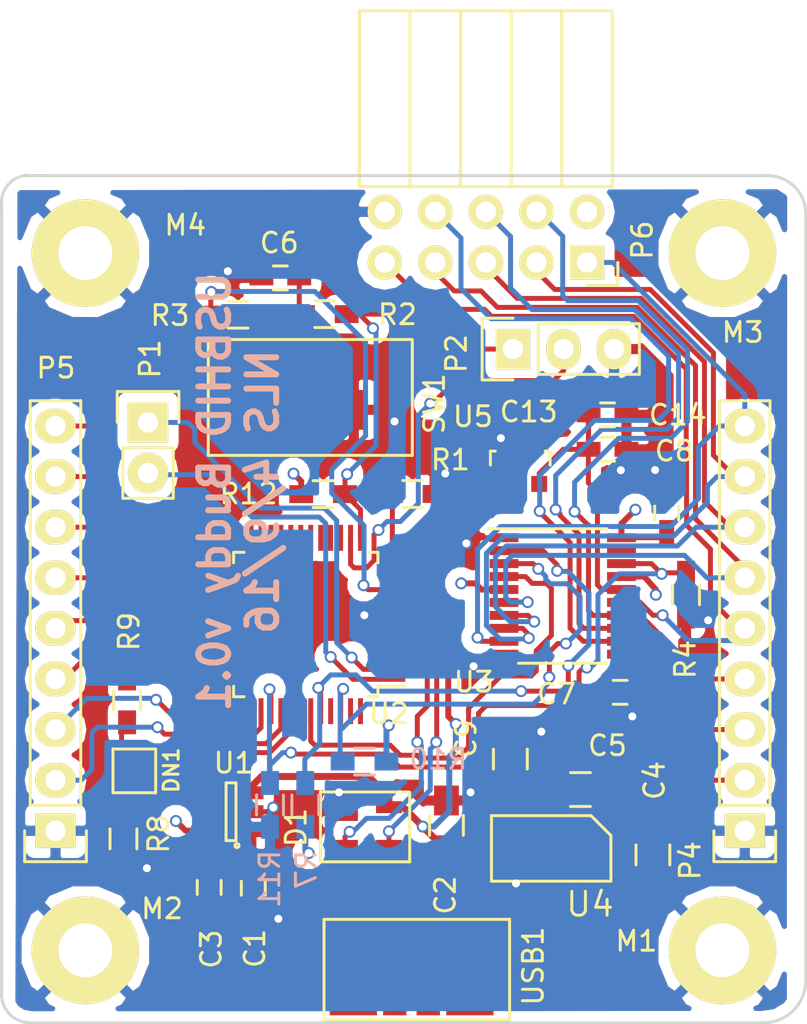
<source format=kicad_pcb>
(kicad_pcb (version 4) (host pcbnew 4.0.2-stable)
  (layers (0 F.Cu signal) (1 "In1.Cu(GND)" power hide) (2 "In2.Cu(3.3V)" mixed hide) (31 B.Cu signal hide) (34 B.Paste user) (35 F.Paste user) (36 B.SilkS user) (37 F.SilkS user) (38 B.Mask user) (39 F.Mask user) (44 Edge.Cuts user))
  (net 0 "")
  (net 1 /mcu/ADC0_IN)
  (net 2 VBUS)
  (net 3 GND)
  (net 4 +3V3)
  (net 5 "Net-(C4-Pad1)")
  (net 6 "Net-(C4-Pad2)")
  (net 7 "Net-(C5-Pad1)")
  (net 8 "Net-(C5-Pad2)")
  (net 9 "Net-(C6-Pad1)")
  (net 10 +5V)
  (net 11 /periph/DAC_REF_V2_5)
  (net 12 /mcu/UART_TX)
  (net 13 /mcu/UART_RX)
  (net 14 /mcu/C2CK)
  (net 15 /mcu/C2D)
  (net 16 /periph/DAC_OUTA)
  (net 17 /periph/DAC_OUTB)
  (net 18 /periph/DAC_OUTC)
  (net 19 /periph/DAC_OUTD)
  (net 20 /periph/DAC_OUTE)
  (net 21 /periph/DAC_OUTF)
  (net 22 /periph/DAC_OUTG)
  (net 23 /periph/DAC_OUTH)
  (net 24 /mcu/ADC1_IN)
  (net 25 /mcu/ADC2_IN)
  (net 26 /mcu/ADC3_IN)
  (net 27 /mcu/ADC4_IN)
  (net 28 /mcu/ADC5_IN)
  (net 29 /mcu/ADC6_IN)
  (net 30 /mcu/ADC7_IN)
  (net 31 "Net-(R1-Pad1)")
  (net 32 VMCU_3V3)
  (net 33 /mcu/MCU_LDAC)
  (net 34 /mcu/SPI_MOSI)
  (net 35 "Net-(DN1-Pad4)")
  (net 36 "Net-(DN1-Pad3)")
  (net 37 /mcu/SPI_SCLK)
  (net 38 "Net-(U2-Pad3)")
  (net 39 "Net-(U2-Pad4)")
  (net 40 "Net-(U2-Pad5)")
  (net 41 "Net-(U2-Pad6)")
  (net 42 "Net-(U2-Pad15)")
  (net 43 "Net-(U2-Pad16)")
  (net 44 "Net-(U2-Pad17)")
  (net 45 "Net-(U2-Pad18)")
  (net 46 "Net-(U2-Pad19)")
  (net 47 "Net-(U2-Pad20)")
  (net 48 "Net-(U2-Pad21)")
  (net 49 "Net-(U2-Pad22)")
  (net 50 "Net-(U2-Pad23)")
  (net 51 "Net-(U2-Pad24)")
  (net 52 "Net-(U2-Pad25)")
  (net 53 "Net-(U2-Pad26)")
  (net 54 "Net-(U2-Pad27)")
  (net 55 "Net-(U2-Pad28)")
  (net 56 "Net-(DN1-Pad2)")
  (net 57 "Net-(DN1-Pad1)")
  (net 58 "Net-(U2-Pad42)")
  (net 59 /mcu/SPI_CS)
  (net 60 "Net-(U2-Pad45)")
  (net 61 "Net-(U2-Pad47)")
  (net 62 "Net-(U2-Pad48)")
  (net 63 /periph/SPI_SOMI)
  (net 64 "Net-(USB1-Pad2)")
  (net 65 /mcu/USBDN)
  (net 66 /mcu/USBDP)
  (net 67 "Net-(U2-Pad29)")
  (net 68 "Net-(U2-Pad30)")
  (module Mounting_Holes:MountingHole_2.7mm_M2.5_Pad (layer F.Cu) (at 83.4771 124.2822)
    (fp_text reference M2 (at 4.3769 -2.3702) (layer F.SilkS))
    (fp_text value MountingHole_2.7mm_M2.5_Pad hide)
    (pad 1 thru_hole circle (at 0.5229 -0.2822) (size 5.4 5.4) (drill 2.7) (layers *.Cu *.Mask F.SilkS) (net 3 GND))
  )
  (module Mounting_Holes:MountingHole_2.7mm_M2.5_Pad (layer F.Cu) (at 116.06276 124.10948)
    (fp_text reference M1 (at -4.38276 -0.56948) (layer F.SilkS))
    (fp_text value MountingHole_2.7mm_M2.5_Pad hide)
    (pad 1 thru_hole circle (at -0.06276 -0.10948) (size 5.4 5.4) (drill 2.7) (layers *.Cu *.Mask F.SilkS) (net 3 GND))
  )
  (module Mounting_Holes:MountingHole_2.7mm_M2.5_Pad (layer F.Cu) (at 116.06276 89.01684)
    (fp_text reference M3 (at 0.95724 3.96316) (layer F.SilkS))
    (fp_text value MountingHole_2.7mm_M2.5_Pad hide)
    (pad 1 thru_hole circle (at -0.06276 -0.01684) (size 5.4 5.4) (drill 2.7) (layers *.Cu *.Mask F.SilkS) (net 3 GND))
  )
  (module Capacitors_SMD:C_0603_HandSoldering (layer F.Cu) (at 92.43568 120.88368 270)
    (fp_text reference C1 (at 3.0226 -0.0762 270) (layer F.SilkS))
    (fp_text value 100nF hide)
    (pad 1 smd rect (at -0.95 0 270) (size 1.2 0.75) (layers F.Cu F.Paste F.Mask) (net 2 VBUS))
    (pad 2 smd rect (at 0.95 0 270) (size 1.2 0.75) (layers F.Cu F.Paste F.Mask) (net 3 GND))
  )
  (module Capacitors_SMD:C_0805_HandSoldering (layer F.Cu) (at 102.13848 117.729 90)
    (fp_text reference C2 (at -3.501 -0.05848 90) (layer F.SilkS))
    (fp_text value 1uF hide)
    (pad 1 smd rect (at -1.25 0 90) (size 1.5 1.25) (layers F.Cu F.Paste F.Mask) (net 2 VBUS))
    (pad 2 smd rect (at 1.25 0 90) (size 1.5 1.25) (layers F.Cu F.Paste F.Mask) (net 3 GND))
  )
  (module Capacitors_SMD:C_0603_HandSoldering (layer F.Cu) (at 90.2208 120.84304 270)
    (fp_text reference C3 (at 3.0988 -0.1016 270) (layer F.SilkS))
    (fp_text value C3 hide)
    (pad 1 smd rect (at -0.95 0 270) (size 1.2 0.75) (layers F.Cu F.Paste F.Mask) (net 4 +3V3))
    (pad 2 smd rect (at 0.95 0 270) (size 1.2 0.75) (layers F.Cu F.Paste F.Mask) (net 3 GND))
  )
  (module Capacitors_SMD:C_0805_HandSoldering (layer F.Cu) (at 112.51 119.21 270)
    (fp_text reference C4 (at -3.7338 -0.0762 270) (layer F.SilkS))
    (fp_text value 1uF hide)
    (pad 1 smd rect (at -1.25 0 270) (size 1.5 1.25) (layers F.Cu F.Paste F.Mask) (net 5 "Net-(C4-Pad1)"))
    (pad 2 smd rect (at 1.25 0 270) (size 1.5 1.25) (layers F.Cu F.Paste F.Mask) (net 6 "Net-(C4-Pad2)"))
  )
  (module Capacitors_SMD:C_0805_HandSoldering (layer F.Cu) (at 108.87 115.93 180)
    (fp_text reference C5 (at -1.35636 2.20472 180) (layer F.SilkS))
    (fp_text value 1uF hide)
    (pad 1 smd rect (at -1.25 0 180) (size 1.5 1.25) (layers F.Cu F.Paste F.Mask) (net 7 "Net-(C5-Pad1)"))
    (pad 2 smd rect (at 1.25 0 180) (size 1.5 1.25) (layers F.Cu F.Paste F.Mask) (net 8 "Net-(C5-Pad2)"))
  )
  (module Capacitors_SMD:C_0603_HandSoldering (layer F.Cu) (at 93.79458 90.2462 180)
    (fp_text reference C6 (at 0.05458 1.7562 180) (layer F.SilkS))
    (fp_text value 100nF hide)
    (pad 1 smd rect (at -0.95 0 180) (size 1.2 0.75) (layers F.Cu F.Paste F.Mask) (net 9 "Net-(C6-Pad1)"))
    (pad 2 smd rect (at 0.95 0 180) (size 1.2 0.75) (layers F.Cu F.Paste F.Mask) (net 3 GND))
  )
  (module Capacitors_SMD:C_0603_HandSoldering (layer F.Cu) (at 110.86592 111.0488)
    (fp_text reference C7 (at -3.2004 0.0889) (layer F.SilkS))
    (fp_text value 100nF hide)
    (pad 1 smd rect (at -0.95 0) (size 1.2 0.75) (layers F.Cu F.Paste F.Mask) (net 10 +5V))
    (pad 2 smd rect (at 0.95 0) (size 1.2 0.75) (layers F.Cu F.Paste F.Mask) (net 3 GND))
  )
  (module Capacitors_SMD:C_0603_HandSoldering (layer F.Cu) (at 113.2 102.05 90)
    (fp_text reference C8 (at 3.11 0.38 180) (layer F.SilkS))
    (fp_text value 1uF hide)
    (pad 1 smd rect (at -0.95 0 90) (size 1.2 0.75) (layers F.Cu F.Paste F.Mask) (net 4 +3V3))
    (pad 2 smd rect (at 0.95 0 90) (size 1.2 0.75) (layers F.Cu F.Paste F.Mask) (net 3 GND))
  )
  (module Capacitors_SMD:C_0805_HandSoldering (layer F.Cu) (at 105.35 114.4 90)
    (fp_text reference C9 (at 1.025 -2.225 90) (layer F.SilkS))
    (fp_text value 1uF hide)
    (pad 1 smd rect (at -1.25 0 90) (size 1.5 1.25) (layers F.Cu F.Paste F.Mask) (net 10 +5V))
    (pad 2 smd rect (at 1.25 0 90) (size 1.5 1.25) (layers F.Cu F.Paste F.Mask) (net 3 GND))
  )
  (module Capacitors_SMD:C_0603_HandSoldering (layer F.Cu) (at 110.23 97.12)
    (fp_text reference C13 (at -3.96 -0.15) (layer F.SilkS))
    (fp_text value 100nF hide)
    (pad 1 smd rect (at -0.95 0) (size 1.2 0.75) (layers F.Cu F.Paste F.Mask) (net 11 /periph/DAC_REF_V2_5))
    (pad 2 smd rect (at 0.95 0) (size 1.2 0.75) (layers F.Cu F.Paste F.Mask) (net 3 GND))
  )
  (module Capacitors_SMD:C_0603_HandSoldering (layer F.Cu) (at 110.23 98.85)
    (fp_text reference C14 (at 3.53 -1.72) (layer F.SilkS))
    (fp_text value 1uF hide)
    (pad 1 smd rect (at -0.95 0) (size 1.2 0.75) (layers F.Cu F.Paste F.Mask) (net 11 /periph/DAC_REF_V2_5))
    (pad 2 smd rect (at 0.95 0) (size 1.2 0.75) (layers F.Cu F.Paste F.Mask) (net 3 GND))
  )
  (module Socket_Strips:Socket_Strip_Angled_2x05 (layer F.Cu) (at 109.19968 89.46896 180)
    (fp_text reference P6 (at -2.78032 1.11896 270) (layer F.SilkS))
    (fp_text value CONN_02X05 hide)
    (pad 1 thru_hole rect (at 0 0 180) (size 1.7272 1.7272) (drill 1.016) (layers *.Cu *.Mask F.SilkS) (net 23 /periph/DAC_OUTH))
    (pad 2 thru_hole oval (at 0 2.54 180) (size 1.7272 1.7272) (drill 1.016) (layers *.Cu *.Mask F.SilkS) (net 4 +3V3))
    (pad 3 thru_hole oval (at 2.54 0 180) (size 1.7272 1.7272) (drill 1.016) (layers *.Cu *.Mask F.SilkS) (net 22 /periph/DAC_OUTG))
    (pad 4 thru_hole oval (at 2.54 2.54 180) (size 1.7272 1.7272) (drill 1.016) (layers *.Cu *.Mask F.SilkS) (net 18 /periph/DAC_OUTC))
    (pad 5 thru_hole oval (at 5.08 0 180) (size 1.7272 1.7272) (drill 1.016) (layers *.Cu *.Mask F.SilkS) (net 21 /periph/DAC_OUTF))
    (pad 6 thru_hole oval (at 5.08 2.54 180) (size 1.7272 1.7272) (drill 1.016) (layers *.Cu *.Mask F.SilkS) (net 17 /periph/DAC_OUTB))
    (pad 7 thru_hole oval (at 7.62 0 180) (size 1.7272 1.7272) (drill 1.016) (layers *.Cu *.Mask F.SilkS) (net 20 /periph/DAC_OUTE))
    (pad 8 thru_hole oval (at 7.62 2.54 180) (size 1.7272 1.7272) (drill 1.016) (layers *.Cu *.Mask F.SilkS) (net 16 /periph/DAC_OUTA))
    (pad 9 thru_hole oval (at 10.16 0 180) (size 1.7272 1.7272) (drill 1.016) (layers *.Cu *.Mask F.SilkS) (net 19 /periph/DAC_OUTD))
    (pad 10 thru_hole oval (at 10.16 2.54 180) (size 1.7272 1.7272) (drill 1.016) (layers *.Cu *.Mask F.SilkS) (net 3 GND))
  )
  (module Resistors_SMD:R_0603_HandSoldering (layer F.Cu) (at 100.4443 101.092)
    (fp_text reference R1 (at 1.8923 -1.7145) (layer F.SilkS))
    (fp_text value 100R hide)
    (pad 1 smd rect (at -1.1 0) (size 1.2 0.9) (layers F.Cu F.Paste F.Mask) (net 31 "Net-(R1-Pad1)"))
    (pad 2 smd rect (at 1.1 0) (size 1.2 0.9) (layers F.Cu F.Paste F.Mask) (net 3 GND))
  )
  (module Resistors_SMD:R_0603_HandSoldering (layer F.Cu) (at 96.02978 92.0623)
    (fp_text reference R2 (at 3.64744 0.0254) (layer F.SilkS))
    (fp_text value 1k hide)
    (pad 1 smd rect (at -1.1 0) (size 1.2 0.9) (layers F.Cu F.Paste F.Mask) (net 9 "Net-(C6-Pad1)"))
    (pad 2 smd rect (at 1.1 0) (size 1.2 0.9) (layers F.Cu F.Paste F.Mask) (net 14 /mcu/C2CK))
  )
  (module Resistors_SMD:R_0603_HandSoldering (layer F.Cu) (at 91.67114 92.09024)
    (fp_text reference R3 (at -3.42114 0.03976) (layer F.SilkS))
    (fp_text value 1k hide)
    (pad 1 smd rect (at -1.1 0) (size 1.2 0.9) (layers F.Cu F.Paste F.Mask) (net 32 VMCU_3V3))
    (pad 2 smd rect (at 1.1 0) (size 1.2 0.9) (layers F.Cu F.Paste F.Mask) (net 9 "Net-(C6-Pad1)"))
  )
  (module Resistors_SMD:R_0603_HandSoldering (layer F.Cu) (at 114.175 106.15 270)
    (fp_text reference R4 (at 3.2512 0.0381 270) (layer F.SilkS))
    (fp_text value 0R hide)
    (pad 1 smd rect (at -1.1 0 270) (size 1.2 0.9) (layers F.Cu F.Paste F.Mask) (net 33 /mcu/MCU_LDAC))
    (pad 2 smd rect (at 1.1 0 270) (size 1.2 0.9) (layers F.Cu F.Paste F.Mask) (net 3 GND))
  )
  (module Resistors_SMD:R_0603_HandSoldering (layer B.Cu) (at 95.05 116.7 90)
    (fp_text reference R7 (at -3.25 0.05 90) (layer B.SilkS) (effects (justify mirror)))
    (fp_text value 10k hide)
    (pad 1 smd rect (at -1.1 0 90) (size 1.2 0.9) (layers B.Cu B.Paste B.Mask) (net 4 +3V3))
    (pad 2 smd rect (at 1.1 0 90) (size 1.2 0.9) (layers B.Cu B.Paste B.Mask) (net 34 /mcu/SPI_MOSI))
  )
  (module Resistors_SMD:R_0603_HandSoldering (layer F.Cu) (at 85.91296 118.40464 90)
    (fp_text reference R8 (at 0.24464 1.76704 90) (layer F.SilkS))
    (fp_text value 1k hide)
    (pad 1 smd rect (at -1.1 0 90) (size 1.2 0.9) (layers F.Cu F.Paste F.Mask) (net 3 GND))
    (pad 2 smd rect (at 1.1 0 90) (size 1.2 0.9) (layers F.Cu F.Paste F.Mask) (net 35 "Net-(DN1-Pad4)"))
  )
  (module Resistors_SMD:R_0603_HandSoldering (layer F.Cu) (at 86.09584 111.4552 270)
    (fp_text reference R9 (at -3.4544 -0.1016 270) (layer F.SilkS))
    (fp_text value 1k hide)
    (pad 1 smd rect (at -1.1 0 270) (size 1.2 0.9) (layers F.Cu F.Paste F.Mask) (net 3 GND))
    (pad 2 smd rect (at 1.1 0 270) (size 1.2 0.9) (layers F.Cu F.Paste F.Mask) (net 36 "Net-(DN1-Pad3)"))
  )
  (module Resistors_SMD:R_0603_HandSoldering (layer B.Cu) (at 98.025 114.525 180)
    (fp_text reference R10 (at -3.70332 0.12446 180) (layer B.SilkS) (effects (justify mirror)))
    (fp_text value 10k hide)
    (pad 1 smd rect (at -1.1 0 180) (size 1.2 0.9) (layers B.Cu B.Paste B.Mask) (net 4 +3V3))
    (pad 2 smd rect (at 1.1 0 180) (size 1.2 0.9) (layers B.Cu B.Paste B.Mask) (net 37 /mcu/SPI_SCLK))
  )
  (module Resistors_SMD:R_0603_HandSoldering (layer B.Cu) (at 93.275 116.7 90)
    (fp_text reference R11 (at -3.72618 -0.0127 90) (layer B.SilkS) (effects (justify mirror)))
    (fp_text value 0R hide)
    (pad 1 smd rect (at -1.1 0 90) (size 1.2 0.9) (layers B.Cu B.Paste B.Mask) (net 3 GND))
    (pad 2 smd rect (at 1.1 0 90) (size 1.2 0.9) (layers B.Cu B.Paste B.Mask) (net 33 /mcu/MCU_LDAC))
  )
  (module Resistors_SMD:R_0603_HandSoldering (layer F.Cu) (at 95.94342 101.09962 180)
    (fp_text reference R12 (at 3.7465 0.0127 180) (layer F.SilkS))
    (fp_text value 10k hide)
    (pad 1 smd rect (at -1.1 0 180) (size 1.2 0.9) (layers F.Cu F.Paste F.Mask) (net 14 /mcu/C2CK))
    (pad 2 smd rect (at 1.1 0 180) (size 1.2 0.9) (layers F.Cu F.Paste F.Mask) (net 4 +3V3))
  )
  (module TO_SOT_Packages_SMD:SOT-23-5 (layer F.Cu) (at 91.31808 117.0432 180)
    (fp_text reference U1 (at -0.13192 2.4432 180) (layer F.SilkS))
    (fp_text value MCP1802T-3302I/OT hide)
    (pad 1 smd rect (at -1.1 -0.95 180) (size 1.06 0.65) (layers F.Cu F.Paste F.Mask) (net 2 VBUS))
    (pad 2 smd rect (at -1.1 0 180) (size 1.06 0.65) (layers F.Cu F.Paste F.Mask) (net 3 GND))
    (pad 3 smd rect (at -1.1 0.95 180) (size 1.06 0.65) (layers F.Cu F.Paste F.Mask) (net 2 VBUS))
    (pad 4 smd rect (at 1.1 0.95 180) (size 1.06 0.65) (layers F.Cu F.Paste F.Mask))
    (pad 5 smd rect (at 1.1 -0.95 180) (size 1.06 0.65) (layers F.Cu F.Paste F.Mask) (net 4 +3V3))
  )
  (module Housings_QFP:LQFP-48_7x7mm_Pitch0.5mm (layer F.Cu) (at 95.0722 107.6452 180)
    (fp_text reference U2 (at -4.1778 -4.4798 180) (layer F.SilkS))
    (fp_text value C8051F380 hide)
    (pad 1 smd rect (at -4.35 -2.75 180) (size 1.3 0.25) (layers F.Cu F.Paste F.Mask) (net 13 /mcu/UART_RX))
    (pad 2 smd rect (at -4.35 -2.25 180) (size 1.3 0.25) (layers F.Cu F.Paste F.Mask) (net 12 /mcu/UART_TX))
    (pad 3 smd rect (at -4.35 -1.75 180) (size 1.3 0.25) (layers F.Cu F.Paste F.Mask) (net 38 "Net-(U2-Pad3)"))
    (pad 4 smd rect (at -4.35 -1.25 180) (size 1.3 0.25) (layers F.Cu F.Paste F.Mask) (net 39 "Net-(U2-Pad4)"))
    (pad 5 smd rect (at -4.35 -0.75 180) (size 1.3 0.25) (layers F.Cu F.Paste F.Mask) (net 40 "Net-(U2-Pad5)"))
    (pad 6 smd rect (at -4.35 -0.25 180) (size 1.3 0.25) (layers F.Cu F.Paste F.Mask) (net 41 "Net-(U2-Pad6)"))
    (pad 7 smd rect (at -4.35 0.25 180) (size 1.3 0.25) (layers F.Cu F.Paste F.Mask) (net 3 GND))
    (pad 8 smd rect (at -4.35 0.75 180) (size 1.3 0.25) (layers F.Cu F.Paste F.Mask) (net 66 /mcu/USBDP))
    (pad 9 smd rect (at -4.35 1.25 180) (size 1.3 0.25) (layers F.Cu F.Paste F.Mask) (net 65 /mcu/USBDN))
    (pad 10 smd rect (at -4.35 1.75 180) (size 1.3 0.25) (layers F.Cu F.Paste F.Mask) (net 32 VMCU_3V3))
    (pad 11 smd rect (at -4.35 2.25 180) (size 1.3 0.25) (layers F.Cu F.Paste F.Mask) (net 2 VBUS))
    (pad 12 smd rect (at -4.35 2.75 180) (size 1.3 0.25) (layers F.Cu F.Paste F.Mask) (net 31 "Net-(R1-Pad1)"))
    (pad 13 smd rect (at -2.75 4.35 270) (size 1.3 0.25) (layers F.Cu F.Paste F.Mask) (net 14 /mcu/C2CK))
    (pad 14 smd rect (at -2.25 4.35 270) (size 1.3 0.25) (layers F.Cu F.Paste F.Mask) (net 15 /mcu/C2D))
    (pad 15 smd rect (at -1.75 4.35 270) (size 1.3 0.25) (layers F.Cu F.Paste F.Mask) (net 42 "Net-(U2-Pad15)"))
    (pad 16 smd rect (at -1.25 4.35 270) (size 1.3 0.25) (layers F.Cu F.Paste F.Mask) (net 43 "Net-(U2-Pad16)"))
    (pad 17 smd rect (at -0.75 4.35 270) (size 1.3 0.25) (layers F.Cu F.Paste F.Mask) (net 44 "Net-(U2-Pad17)"))
    (pad 18 smd rect (at -0.25 4.35 270) (size 1.3 0.25) (layers F.Cu F.Paste F.Mask) (net 45 "Net-(U2-Pad18)"))
    (pad 19 smd rect (at 0.25 4.35 270) (size 1.3 0.25) (layers F.Cu F.Paste F.Mask) (net 46 "Net-(U2-Pad19)"))
    (pad 20 smd rect (at 0.75 4.35 270) (size 1.3 0.25) (layers F.Cu F.Paste F.Mask) (net 47 "Net-(U2-Pad20)"))
    (pad 21 smd rect (at 1.25 4.35 270) (size 1.3 0.25) (layers F.Cu F.Paste F.Mask) (net 48 "Net-(U2-Pad21)"))
    (pad 22 smd rect (at 1.75 4.35 270) (size 1.3 0.25) (layers F.Cu F.Paste F.Mask) (net 49 "Net-(U2-Pad22)"))
    (pad 23 smd rect (at 2.25 4.35 270) (size 1.3 0.25) (layers F.Cu F.Paste F.Mask) (net 50 "Net-(U2-Pad23)"))
    (pad 24 smd rect (at 2.75 4.35 270) (size 1.3 0.25) (layers F.Cu F.Paste F.Mask) (net 51 "Net-(U2-Pad24)"))
    (pad 25 smd rect (at 4.35 2.75 180) (size 1.3 0.25) (layers F.Cu F.Paste F.Mask) (net 52 "Net-(U2-Pad25)"))
    (pad 26 smd rect (at 4.35 2.25 180) (size 1.3 0.25) (layers F.Cu F.Paste F.Mask) (net 53 "Net-(U2-Pad26)"))
    (pad 27 smd rect (at 4.35 1.75 180) (size 1.3 0.25) (layers F.Cu F.Paste F.Mask) (net 54 "Net-(U2-Pad27)"))
    (pad 28 smd rect (at 4.35 1.25 180) (size 1.3 0.25) (layers F.Cu F.Paste F.Mask) (net 55 "Net-(U2-Pad28)"))
    (pad 29 smd rect (at 4.35 0.75 180) (size 1.3 0.25) (layers F.Cu F.Paste F.Mask) (net 67 "Net-(U2-Pad29)"))
    (pad 30 smd rect (at 4.35 0.25 180) (size 1.3 0.25) (layers F.Cu F.Paste F.Mask) (net 68 "Net-(U2-Pad30)"))
    (pad 31 smd rect (at 4.35 -0.25 180) (size 1.3 0.25) (layers F.Cu F.Paste F.Mask) (net 30 /mcu/ADC7_IN))
    (pad 32 smd rect (at 4.35 -0.75 180) (size 1.3 0.25) (layers F.Cu F.Paste F.Mask) (net 29 /mcu/ADC6_IN))
    (pad 33 smd rect (at 4.35 -1.25 180) (size 1.3 0.25) (layers F.Cu F.Paste F.Mask) (net 28 /mcu/ADC5_IN))
    (pad 34 smd rect (at 4.35 -1.75 180) (size 1.3 0.25) (layers F.Cu F.Paste F.Mask) (net 27 /mcu/ADC4_IN))
    (pad 35 smd rect (at 4.35 -2.25 180) (size 1.3 0.25) (layers F.Cu F.Paste F.Mask) (net 26 /mcu/ADC3_IN))
    (pad 36 smd rect (at 4.35 -2.75 180) (size 1.3 0.25) (layers F.Cu F.Paste F.Mask) (net 25 /mcu/ADC2_IN))
    (pad 37 smd rect (at 2.75 -4.35 270) (size 1.3 0.25) (layers F.Cu F.Paste F.Mask) (net 24 /mcu/ADC1_IN))
    (pad 38 smd rect (at 2.25 -4.35 270) (size 1.3 0.25) (layers F.Cu F.Paste F.Mask) (net 1 /mcu/ADC0_IN))
    (pad 39 smd rect (at 1.75 -4.35 270) (size 1.3 0.25) (layers F.Cu F.Paste F.Mask) (net 33 /mcu/MCU_LDAC))
    (pad 40 smd rect (at 1.25 -4.35 270) (size 1.3 0.25) (layers F.Cu F.Paste F.Mask) (net 57 "Net-(DN1-Pad1)"))
    (pad 41 smd rect (at 0.75 -4.35 270) (size 1.3 0.25) (layers F.Cu F.Paste F.Mask) (net 56 "Net-(DN1-Pad2)"))
    (pad 42 smd rect (at 0.25 -4.35 270) (size 1.3 0.25) (layers F.Cu F.Paste F.Mask) (net 58 "Net-(U2-Pad42)"))
    (pad 43 smd rect (at -0.25 -4.35 270) (size 1.3 0.25) (layers F.Cu F.Paste F.Mask) (net 59 /mcu/SPI_CS))
    (pad 44 smd rect (at -0.75 -4.35 270) (size 1.3 0.25) (layers F.Cu F.Paste F.Mask) (net 34 /mcu/SPI_MOSI))
    (pad 45 smd rect (at -1.25 -4.35 270) (size 1.3 0.25) (layers F.Cu F.Paste F.Mask) (net 60 "Net-(U2-Pad45)"))
    (pad 46 smd rect (at -1.75 -4.35 270) (size 1.3 0.25) (layers F.Cu F.Paste F.Mask) (net 37 /mcu/SPI_SCLK))
    (pad 47 smd rect (at -2.25 -4.35 270) (size 1.3 0.25) (layers F.Cu F.Paste F.Mask) (net 61 "Net-(U2-Pad47)"))
    (pad 48 smd rect (at -2.75 -4.35 270) (size 1.3 0.25) (layers F.Cu F.Paste F.Mask) (net 62 "Net-(U2-Pad48)"))
  )
  (module Housings_SSOP:TSSOP-20_4.4x6.5mm_Pitch0.65mm (layer F.Cu) (at 107.98048 106.21264)
    (fp_text reference U3 (at -4.4704 4.318) (layer F.SilkS))
    (fp_text value TLV5630 hide)
    (pad 1 smd rect (at -2.95 -2.925) (size 1.45 0.45) (layers F.Cu F.Paste F.Mask) (net 3 GND))
    (pad 2 smd rect (at -2.95 -2.275) (size 1.45 0.45) (layers F.Cu F.Paste F.Mask) (net 34 /mcu/SPI_MOSI))
    (pad 3 smd rect (at -2.95 -1.625) (size 1.45 0.45) (layers F.Cu F.Paste F.Mask) (net 37 /mcu/SPI_SCLK))
    (pad 4 smd rect (at -2.95 -0.975) (size 1.45 0.45) (layers F.Cu F.Paste F.Mask) (net 59 /mcu/SPI_CS))
    (pad 5 smd rect (at -2.95 -0.325) (size 1.45 0.45) (layers F.Cu F.Paste F.Mask) (net 4 +3V3))
    (pad 6 smd rect (at -2.95 0.325) (size 1.45 0.45) (layers F.Cu F.Paste F.Mask) (net 20 /periph/DAC_OUTE))
    (pad 7 smd rect (at -2.95 0.975) (size 1.45 0.45) (layers F.Cu F.Paste F.Mask) (net 21 /periph/DAC_OUTF))
    (pad 8 smd rect (at -2.95 1.625) (size 1.45 0.45) (layers F.Cu F.Paste F.Mask) (net 22 /periph/DAC_OUTG))
    (pad 9 smd rect (at -2.95 2.275) (size 1.45 0.45) (layers F.Cu F.Paste F.Mask) (net 23 /periph/DAC_OUTH))
    (pad 10 smd rect (at -2.95 2.925) (size 1.45 0.45) (layers F.Cu F.Paste F.Mask) (net 3 GND))
    (pad 11 smd rect (at 2.95 2.925) (size 1.45 0.45) (layers F.Cu F.Paste F.Mask) (net 10 +5V))
    (pad 12 smd rect (at 2.95 2.275) (size 1.45 0.45) (layers F.Cu F.Paste F.Mask) (net 16 /periph/DAC_OUTA))
    (pad 13 smd rect (at 2.95 1.625) (size 1.45 0.45) (layers F.Cu F.Paste F.Mask) (net 17 /periph/DAC_OUTB))
    (pad 14 smd rect (at 2.95 0.975) (size 1.45 0.45) (layers F.Cu F.Paste F.Mask) (net 18 /periph/DAC_OUTC))
    (pad 15 smd rect (at 2.95 0.325) (size 1.45 0.45) (layers F.Cu F.Paste F.Mask) (net 19 /periph/DAC_OUTD))
    (pad 16 smd rect (at 2.95 -0.325) (size 1.45 0.45) (layers F.Cu F.Paste F.Mask) (net 11 /periph/DAC_REF_V2_5))
    (pad 17 smd rect (at 2.95 -0.975) (size 1.45 0.45) (layers F.Cu F.Paste F.Mask) (net 4 +3V3))
    (pad 18 smd rect (at 2.95 -1.625) (size 1.45 0.45) (layers F.Cu F.Paste F.Mask) (net 33 /mcu/MCU_LDAC))
    (pad 19 smd rect (at 2.95 -2.275) (size 1.45 0.45) (layers F.Cu F.Paste F.Mask) (net 63 /periph/SPI_SOMI))
    (pad 20 smd rect (at 2.95 -2.925) (size 1.45 0.45) (layers F.Cu F.Paste F.Mask) (net 4 +3V3))
  )
  (module TO_SOT_Packages_SMD:SOT-23 (layer F.Cu) (at 105.84688 99.58832)
    (fp_text reference U5 (at -2.37688 -2.37832) (layer F.SilkS))
    (fp_text value REF3325AIDBZR hide)
    (pad 1 smd rect (at -0.95 1.00076) (size 0.8001 0.8001) (layers F.Cu F.Paste F.Mask) (net 2 VBUS))
    (pad 2 smd rect (at 0.95 1.00076) (size 0.8001 0.8001) (layers F.Cu F.Paste F.Mask) (net 11 /periph/DAC_REF_V2_5))
    (pad 3 smd rect (at 0 -0.99822) (size 0.8001 0.8001) (layers F.Cu F.Paste F.Mask) (net 3 GND))
  )
  (module usb:microb_usb (layer F.Cu) (at 100.34524 125.01118 90)
    (fp_text reference USB1 (at 0.22118 6.15476 90) (layer F.SilkS))
    (fp_text value ZX62R-B-5P hide)
    (pad 5 smd rect (at 1.3589 1.3554 90) (size 1.38 0.45) (layers F.Cu F.Paste F.Mask) (net 2 VBUS))
    (pad 4 smd rect (at 1.3589 0.7054 90) (size 1.38 0.45) (layers F.Cu F.Paste F.Mask) (net 65 /mcu/USBDN))
    (pad 3 smd rect (at 1.3589 0.0554 90) (size 1.38 0.45) (layers F.Cu F.Paste F.Mask) (net 66 /mcu/USBDP))
    (pad 2 smd rect (at 1.3589 -0.5946 90) (size 1.38 0.45) (layers F.Cu F.Paste F.Mask) (net 64 "Net-(USB1-Pad2)"))
    (pad 1 smd rect (at 1.3589 -1.2446 90) (size 1.38 0.45) (layers F.Cu F.Paste F.Mask) (net 3 GND))
    (pad 0 smd rect (at 1.0033 2.5273 90) (size 2.1 1.475) (layers F.Cu F.Paste F.Mask) (net 3 GND))
    (pad 0 smd rect (at 1.0033 -2.4257 90) (size 2.1 1.475) (layers F.Cu F.Paste F.Mask) (net 3 GND))
    (pad 0 smd rect (at -1.3041 -0.8001 90) (size 1.9 1.175) (layers F.Cu F.Paste F.Mask) (net 3 GND))
    (pad 0 smd rect (at -1.3041 0.8793 90) (size 1.9 1.175) (layers F.Cu F.Paste F.Mask) (net 3 GND))
    (pad 0 smd rect (at -1.3041 -2.8829 90) (size 1.9 2.375) (layers F.Cu F.Paste F.Mask) (net 3 GND))
    (pad 0 smd rect (at -1.3041 2.9718 90) (size 1.9 2.375) (layers F.Cu F.Paste F.Mask) (net 3 GND))
  )
  (module led:LTST-C195KGJRKT (layer F.Cu) (at 86.64448 114.7064 270)
    (fp_text reference DN1 (at 0.254 -1.6764 270) (layer F.SilkS) (effects (font (size 0.75 0.75))))
    (fp_text value LTST-C195KGJRKT hide)
    (pad 4 smd rect (at 0.8255 0.8261 270) (size 0.85 0.65) (layers F.Cu F.Paste F.Mask) (net 35 "Net-(DN1-Pad4)"))
    (pad 3 smd rect (at -0.2508 0.8261 270) (size 0.85 0.65) (layers F.Cu F.Paste F.Mask) (net 36 "Net-(DN1-Pad3)"))
    (pad 2 smd rect (at 0.8128 -0.4572 270) (size 0.85 0.65) (layers F.Cu F.Paste F.Mask) (net 56 "Net-(DN1-Pad2)"))
    (pad 1 smd rect (at -0.2508 -0.4572 270) (size 0.85 0.65) (layers F.Cu F.Paste F.Mask) (net 57 "Net-(DN1-Pad1)"))
  )
  (module Socket_Strips:Socket_Strip_Straight_1x02 (layer F.Cu) (at 87.15 97.5 270)
    (fp_text reference P1 (at -3.19 -0.1 270) (layer F.SilkS))
    (fp_text value CONN_01X02 hide)
    (pad 1 thru_hole rect (at 0 0 270) (size 2.032 2.032) (drill 1.016) (layers *.Cu *.Mask F.SilkS) (net 12 /mcu/UART_TX))
    (pad 2 thru_hole oval (at 2.54 0 270) (size 2.032 2.032) (drill 1.016) (layers *.Cu *.Mask F.SilkS) (net 13 /mcu/UART_RX))
  )
  (module Socket_Strips:Socket_Strip_Straight_1x03 (layer F.Cu) (at 105.48112 93.81744)
    (fp_text reference P2 (at -2.8448 0.2286 90) (layer F.SilkS))
    (fp_text value CONN_01X03 hide)
    (pad 1 thru_hole rect (at 0 0) (size 1.7272 2.032) (drill 1.016) (layers *.Cu *.Mask F.SilkS) (net 14 /mcu/C2CK))
    (pad 2 thru_hole oval (at 2.54 0) (size 1.7272 2.032) (drill 1.016) (layers *.Cu *.Mask F.SilkS) (net 15 /mcu/C2D))
    (pad 3 thru_hole oval (at 5.08 0) (size 1.7272 2.032) (drill 1.016) (layers *.Cu *.Mask F.SilkS) (net 3 GND))
  )
  (module switching_charge_pump:VSSOP8-DGK (layer F.Cu) (at 107.40136 118.8847 270)
    (fp_text reference U4 (at 2.8053 -1.94864 360) (layer F.SilkS) (effects (font (size 1.2 1.2))))
    (fp_text value TPS60241 hide)
    (pad 8 smd rect (at -0.975 -1.5 270) (size 0.34 2) (layers F.Cu F.Paste F.Mask) (net 7 "Net-(C5-Pad1)"))
    (pad 1 smd rect (at -0.975 1.5 270) (size 0.34 2) (layers F.Cu F.Paste F.Mask) (net 10 +5V))
    (pad 7 smd rect (at -0.325 -1.5 270) (size 0.34 2) (layers F.Cu F.Paste F.Mask) (net 5 "Net-(C4-Pad1)"))
    (pad 2 smd rect (at -0.325 1.5 270) (size 0.34 2) (layers F.Cu F.Paste F.Mask) (net 2 VBUS))
    (pad 6 smd rect (at 0.325 -1.5 270) (size 0.34 2) (layers F.Cu F.Paste F.Mask) (net 2 VBUS))
    (pad 3 smd rect (at 0.325 1.5 270) (size 0.34 2) (layers F.Cu F.Paste F.Mask) (net 8 "Net-(C5-Pad2)"))
    (pad 5 smd rect (at 0.975 -1.5 270) (size 0.34 2) (layers F.Cu F.Paste F.Mask) (net 6 "Net-(C4-Pad2)"))
    (pad 4 smd rect (at 0.975 1.5 270) (size 0.34 2) (layers F.Cu F.Paste F.Mask) (net 3 GND))
  )
  (module Pin_Headers:Pin_Header_Straight_1x09 (layer F.Cu) (at 82.5 118 180)
    (fp_text reference P5 (at -0.02 23.23 180) (layer F.SilkS))
    (fp_text value CONN_01X09 hide)
    (pad 1 thru_hole rect (at 0 0 180) (size 2.032 1.7272) (drill 1.016) (layers *.Cu *.Mask F.SilkS) (net 3 GND))
    (pad 2 thru_hole oval (at 0 2.54 180) (size 2.032 1.7272) (drill 1.016) (layers *.Cu *.Mask F.SilkS) (net 1 /mcu/ADC0_IN))
    (pad 3 thru_hole oval (at 0 5.08 180) (size 2.032 1.7272) (drill 1.016) (layers *.Cu *.Mask F.SilkS) (net 24 /mcu/ADC1_IN))
    (pad 4 thru_hole oval (at 0 7.62 180) (size 2.032 1.7272) (drill 1.016) (layers *.Cu *.Mask F.SilkS) (net 25 /mcu/ADC2_IN))
    (pad 5 thru_hole oval (at 0 10.16 180) (size 2.032 1.7272) (drill 1.016) (layers *.Cu *.Mask F.SilkS) (net 26 /mcu/ADC3_IN))
    (pad 6 thru_hole oval (at 0 12.7 180) (size 2.032 1.7272) (drill 1.016) (layers *.Cu *.Mask F.SilkS) (net 27 /mcu/ADC4_IN))
    (pad 7 thru_hole oval (at 0 15.24 180) (size 2.032 1.7272) (drill 1.016) (layers *.Cu *.Mask F.SilkS) (net 28 /mcu/ADC5_IN))
    (pad 8 thru_hole oval (at 0 17.78 180) (size 2.032 1.7272) (drill 1.016) (layers *.Cu *.Mask F.SilkS) (net 29 /mcu/ADC6_IN))
    (pad 9 thru_hole oval (at 0 20.32 180) (size 2.032 1.7272) (drill 1.016) (layers *.Cu *.Mask F.SilkS) (net 30 /mcu/ADC7_IN))
  )
  (module tacticle:SKRKAEE010 (layer F.Cu) (at 95.33128 96.86798)
    (fp_text reference SW1 (at 6.20268 -0.30734 90) (layer F.SilkS))
    (fp_text value SKRKAEE010 hide)
    (pad 2 smd rect (at 2.156 0) (size 1.4 2) (layers F.Cu F.Paste F.Mask) (net 3 GND))
    (pad 1 smd rect (at -2.156 0) (size 1.4 2) (layers F.Cu F.Paste F.Mask) (net 9 "Net-(C6-Pad1)"))
  )
  (module Mounting_Holes:MountingHole_2.7mm_M2.5_Pad (layer F.Cu) (at 84.54644 89.1286)
    (fp_text reference M4 (at 4.47356 -1.5286) (layer F.SilkS))
    (fp_text value MountingHole_2.7mm_M2.5_Pad hide)
    (pad 1 thru_hole circle (at -0.54644 -0.1286) (size 5.4 5.4) (drill 2.7) (layers *.Cu *.Mask F.SilkS) (net 3 GND))
  )
  (module Pin_Headers:Pin_Header_Straight_1x09 (layer F.Cu) (at 117.12448 118 180)
    (fp_text reference P4 (at 2.74448 -1.5 270) (layer F.SilkS))
    (fp_text value CONN_01X09 hide)
    (pad 1 thru_hole rect (at 0 0 180) (size 2.032 1.7272) (drill 1.016) (layers *.Cu *.Mask F.SilkS) (net 3 GND))
    (pad 2 thru_hole oval (at 0 2.54 180) (size 2.032 1.7272) (drill 1.016) (layers *.Cu *.Mask F.SilkS) (net 16 /periph/DAC_OUTA))
    (pad 3 thru_hole oval (at 0 5.08 180) (size 2.032 1.7272) (drill 1.016) (layers *.Cu *.Mask F.SilkS) (net 17 /periph/DAC_OUTB))
    (pad 4 thru_hole oval (at 0 7.62 180) (size 2.032 1.7272) (drill 1.016) (layers *.Cu *.Mask F.SilkS) (net 18 /periph/DAC_OUTC))
    (pad 5 thru_hole oval (at 0 10.16 180) (size 2.032 1.7272) (drill 1.016) (layers *.Cu *.Mask F.SilkS) (net 19 /periph/DAC_OUTD))
    (pad 6 thru_hole oval (at 0 12.7 180) (size 2.032 1.7272) (drill 1.016) (layers *.Cu *.Mask F.SilkS) (net 20 /periph/DAC_OUTE))
    (pad 7 thru_hole oval (at 0 15.24 180) (size 2.032 1.7272) (drill 1.016) (layers *.Cu *.Mask F.SilkS) (net 21 /periph/DAC_OUTF))
    (pad 8 thru_hole oval (at 0 17.78 180) (size 2.032 1.7272) (drill 1.016) (layers *.Cu *.Mask F.SilkS) (net 22 /periph/DAC_OUTG))
    (pad 9 thru_hole oval (at 0 20.32 180) (size 2.032 1.7272) (drill 1.016) (layers *.Cu *.Mask F.SilkS) (net 23 /periph/DAC_OUTH))
  )
  (module esd_protection:PRTR5V0U2X,215 (layer F.Cu) (at 98.84664 117.9703)
    (fp_text reference D1 (at -4.26212 -0.13716 90) (layer F.SilkS))
    (fp_text value PRTR5V0U2X,215 hide)
    (pad 1 smd rect (at -1.8034 -0.9636) (size 1.3 1) (layers F.Cu F.Paste F.Mask) (net 3 GND))
    (pad 3 smd rect (at 0.4047 0.7874) (size 1.3 0.6) (layers F.Cu F.Paste F.Mask) (net 65 /mcu/USBDN))
    (pad 4 smd rect (at 0.4047 -1.1557) (size 1.3 0.6) (layers F.Cu F.Paste F.Mask) (net 2 VBUS))
    (pad 2 smd rect (at -1.8034 0.7874) (size 1.3 0.6) (layers F.Cu F.Paste F.Mask) (net 66 /mcu/USBDP))
  )
  (gr_text "USBHID Buddy v0.1\nNLS 4/9/16" (at 91.7 100.98 90) (layer B.SilkS) (effects (font (size 1.5 1.5) (thickness 0.3)) (justify mirror)))
  (gr_line (start 120.19 125.58) (end 120.19 86.96) (angle 90) (layer Edge.Cuts) (width 0.15))
  (gr_line (start 117.91 127.64) (end 117.95 127.64) (angle 90) (layer Edge.Cuts) (width 0.15))
  (gr_line (start 117.83 127.64) (end 117.9 127.64) (angle 90) (layer Edge.Cuts) (width 0.15))
  (gr_line (start 81.29 127.64) (end 117.83 127.64) (angle 90) (layer Edge.Cuts) (width 0.15))
  (gr_line (start 81.93 85.11) (end 118.36 85.11) (angle 90) (layer Edge.Cuts) (width 0.15))
  (gr_line (start 79.79664 125.44806) (end 79.79664 126.28118) (angle 90) (layer Edge.Cuts) (width 0.15))
  (gr_arc (start 81.22412 126.20498) (end 81.24698 127.63754) (angle 90) (layer Edge.Cuts) (width 0.15))
  (gr_line (start 80.90408 85.10778) (end 80.99552 85.10778) (angle 90) (layer Edge.Cuts) (width 0.15))
  (gr_line (start 81.89722 85.10778) (end 80.90408 85.10778) (angle 90) (layer Edge.Cuts) (width 0.15))
  (gr_line (start 79.7941 87.0077) (end 79.7941 86.52764) (angle 90) (layer Edge.Cuts) (width 0.15))
  (gr_arc (start 81.15808 86.4616) (end 79.79156 86.56828) (angle 90) (layer Edge.Cuts) (width 0.15))
  (gr_arc (start 118.27514 87.02678) (end 118.23704 85.11416) (angle 90) (layer Edge.Cuts) (width 0.15))
  (gr_arc (start 118.068 125.51664) (end 120.18636 125.63348) (angle 90) (layer Edge.Cuts) (width 0.15))
  (gr_line (start 79.79664 87.02802) (end 79.79664 87.0204) (angle 90) (layer Edge.Cuts) (width 0.15))
  (gr_line (start 79.79664 125.41504) (end 79.79664 87.02802) (angle 90) (layer Edge.Cuts) (width 0.15))
  (segment (start 92.8222 111.9952) (end 92.8222 112.8278) (width 0.25) (layer F.Cu) (net 1))
  (segment (start 83.79 115.46) (end 82.5 115.46) (width 0.25) (layer B.Cu) (net 1))
  (segment (start 84.325 114.925) (end 83.79 115.46) (width 0.25) (layer B.Cu) (net 1))
  (segment (start 84.325 113.075) (end 84.325 114.925) (width 0.25) (layer B.Cu) (net 1))
  (segment (start 84.6 112.8) (end 84.325 113.075) (width 0.25) (layer B.Cu) (net 1))
  (segment (start 87.625 112.8) (end 84.6 112.8) (width 0.25) (layer B.Cu) (net 1))
  (via (at 87.625 112.8) (size 0.6) (drill 0.4) (layers F.Cu B.Cu) (net 1))
  (segment (start 87.975 113.15) (end 87.625 112.8) (width 0.25) (layer F.Cu) (net 1))
  (segment (start 92.5 113.15) (end 87.975 113.15) (width 0.25) (layer F.Cu) (net 1))
  (segment (start 92.8222 112.8278) (end 92.5 113.15) (width 0.25) (layer F.Cu) (net 1))
  (via (at 100.94974 117.79026) (size 0.6) (drill 0.4) (layers F.Cu B.Cu) (net 2))
  (segment (start 100.585 105.3952) (end 100.585 105.29) (width 0.3) (layer F.Cu) (net 2))
  (segment (start 100.99 105.29) (end 100.585 105.29) (width 0.3) (layer F.Cu) (net 2))
  (segment (start 102.23 106.53) (end 100.99 105.29) (width 0.3) (layer F.Cu) (net 2))
  (segment (start 102.23 112.26) (end 102.23 106.53) (width 0.3) (layer F.Cu) (net 2))
  (segment (start 102.61 112.64) (end 102.23 112.26) (width 0.3) (layer F.Cu) (net 2))
  (via (at 102.61 112.64) (size 0.6) (drill 0.4) (layers F.Cu B.Cu) (net 2))
  (segment (start 102.61 113.95) (end 102.61 112.64) (width 0.3) (layer B.Cu) (net 2))
  (segment (start 102.28 114.28) (end 102.61 113.95) (width 0.3) (layer B.Cu) (net 2))
  (segment (start 102.28 117.02) (end 102.28 114.28) (width 0.3) (layer B.Cu) (net 2))
  (segment (start 101.51 117.79) (end 102.28 117.02) (width 0.3) (layer B.Cu) (net 2))
  (segment (start 100.95 117.79) (end 101.51 117.79) (width 0.3) (layer B.Cu) (net 2))
  (segment (start 100.95 117.79) (end 100.94974 117.79026) (width 0.3) (layer B.Cu) (net 2))
  (segment (start 101.70064 121.7) (end 106.875 121.7) (width 0.3) (layer F.Cu) (net 2))
  (segment (start 107.787054 119.2097) (end 108.90136 119.2097) (width 0.3) (layer F.Cu) (net 2))
  (segment (start 107.425 119.571754) (end 107.787054 119.2097) (width 0.3) (layer F.Cu) (net 2))
  (segment (start 107.425 121.15) (end 107.425 119.571754) (width 0.3) (layer F.Cu) (net 2))
  (segment (start 106.875 121.7) (end 107.425 121.15) (width 0.3) (layer F.Cu) (net 2))
  (segment (start 99.4222 105.3952) (end 100.585 105.3952) (width 0.3) (layer F.Cu) (net 2))
  (segment (start 100.585 105.3952) (end 100.4798 105.3952) (width 0.3) (layer F.Cu) (net 2))
  (segment (start 104.89688 101.65312) (end 104.89688 100.58908) (width 0.3) (layer F.Cu) (net 2))
  (segment (start 104.4 102.15) (end 104.89688 101.65312) (width 0.3) (layer F.Cu) (net 2))
  (segment (start 101.8 102.15) (end 104.4 102.15) (width 0.3) (layer F.Cu) (net 2))
  (segment (start 101.175 102.775) (end 101.8 102.15) (width 0.3) (layer F.Cu) (net 2))
  (segment (start 101.175 104.7) (end 101.175 102.775) (width 0.3) (layer F.Cu) (net 2))
  (segment (start 100.4798 105.3952) (end 101.175 104.7) (width 0.3) (layer F.Cu) (net 2))
  (segment (start 92.41808 117.9932) (end 92.41808 119.91608) (width 0.35) (layer F.Cu) (net 2))
  (segment (start 92.41808 119.91608) (end 92.43568 119.93368) (width 0.35) (layer F.Cu) (net 2))
  (segment (start 92.41808 117.9932) (end 91.6932 117.9932) (width 0.35) (layer F.Cu) (net 2))
  (segment (start 91.5568 116.0932) (end 92.41808 116.0932) (width 0.35) (layer F.Cu) (net 2))
  (segment (start 91.3 116.35) (end 91.5568 116.0932) (width 0.35) (layer F.Cu) (net 2))
  (segment (start 91.3 117.6) (end 91.3 116.35) (width 0.35) (layer F.Cu) (net 2))
  (segment (start 91.6932 117.9932) (end 91.3 117.6) (width 0.35) (layer F.Cu) (net 2))
  (segment (start 92.41808 116.0932) (end 92.41808 115.70692) (width 0.35) (layer F.Cu) (net 2))
  (segment (start 99.25134 116.30134) (end 99.25134 116.8146) (width 0.35) (layer F.Cu) (net 2))
  (segment (start 98.225 115.275) (end 99.25134 116.30134) (width 0.35) (layer F.Cu) (net 2))
  (segment (start 92.85 115.275) (end 98.225 115.275) (width 0.35) (layer F.Cu) (net 2))
  (segment (start 92.41808 115.70692) (end 92.85 115.275) (width 0.35) (layer F.Cu) (net 2))
  (segment (start 105.90136 118.5597) (end 102.55778 118.5597) (width 0.35) (layer F.Cu) (net 2))
  (segment (start 102.55778 118.5597) (end 102.13848 118.979) (width 0.35) (layer F.Cu) (net 2))
  (segment (start 99.25134 116.8146) (end 99.97408 116.8146) (width 0.35) (layer F.Cu) (net 2))
  (segment (start 99.97408 116.8146) (end 100.94974 117.79026) (width 0.35) (layer F.Cu) (net 2))
  (segment (start 100.94974 117.79026) (end 102.13848 118.979) (width 0.35) (layer F.Cu) (net 2))
  (segment (start 101.70064 123.65228) (end 101.70064 121.7) (width 0.35) (layer F.Cu) (net 2))
  (segment (start 101.70064 121.7) (end 101.70064 119.41684) (width 0.35) (layer F.Cu) (net 2))
  (segment (start 101.70064 119.41684) (end 102.13848 118.979) (width 0.35) (layer F.Cu) (net 2))
  (segment (start 99.10064 123.65228) (end 98.27514 123.65228) (width 0.25) (layer F.Cu) (net 3))
  (segment (start 98.27514 123.65228) (end 97.91954 124.00788) (width 0.25) (layer F.Cu) (net 3))
  (segment (start 105.03048 109.13764) (end 104.10236 109.13764) (width 0.25) (layer F.Cu) (net 3))
  (via (at 103.5 109.74) (size 0.6) (drill 0.4) (layers F.Cu B.Cu) (net 3))
  (segment (start 104.10236 109.13764) (end 103.5 109.74) (width 0.25) (layer F.Cu) (net 3))
  (segment (start 105.03048 103.28764) (end 103.49236 103.28764) (width 0.25) (layer F.Cu) (net 3))
  (via (at 103.14 103.57) (size 0.6) (drill 0.4) (layers F.Cu B.Cu) (net 3))
  (segment (start 103.21 103.57) (end 103.14 103.57) (width 0.25) (layer F.Cu) (net 3))
  (segment (start 103.49236 103.28764) (end 103.21 103.57) (width 0.25) (layer F.Cu) (net 3))
  (segment (start 97.48728 96.86798) (end 98.94798 96.86798) (width 0.25) (layer F.Cu) (net 3))
  (segment (start 99.59 97.49) (end 99.61 97.51) (width 0.25) (layer B.Cu) (net 3))
  (segment (start 99.57 97.49) (end 99.59 97.49) (width 0.25) (layer B.Cu) (net 3))
  (segment (start 99.53 97.45) (end 99.57 97.49) (width 0.25) (layer B.Cu) (net 3))
  (via (at 99.53 97.45) (size 0.6) (drill 0.4) (layers F.Cu B.Cu) (net 3))
  (segment (start 98.94798 96.86798) (end 99.53 97.45) (width 0.25) (layer F.Cu) (net 3))
  (segment (start 113.2 101.1) (end 113.2 100.49) (width 0.25) (layer F.Cu) (net 3))
  (via (at 112.62 99.89) (size 0.6) (drill 0.4) (layers F.Cu B.Cu) (net 3))
  (segment (start 112.62 99.91) (end 112.62 99.89) (width 0.25) (layer F.Cu) (net 3))
  (segment (start 113.2 100.49) (end 112.62 99.91) (width 0.25) (layer F.Cu) (net 3))
  (segment (start 111.18 97.12) (end 111.18 98.84) (width 0.25) (layer F.Cu) (net 3))
  (segment (start 111.18 98.84) (end 111.16 98.86) (width 0.25) (layer F.Cu) (net 3))
  (segment (start 111.16 98.86) (end 111.16 99.64) (width 0.25) (layer F.Cu) (net 3))
  (segment (start 111.16 99.64) (end 110.9 99.9) (width 0.25) (layer F.Cu) (net 3))
  (via (at 110.9 99.9) (size 0.6) (drill 0.4) (layers F.Cu B.Cu) (net 3))
  (segment (start 110.9 99.9) (end 110.92 99.88) (width 0.25) (layer B.Cu) (net 3))
  (segment (start 99.4222 107.3952) (end 98.2292 107.3952) (width 0.25) (layer F.Cu) (net 3))
  (via (at 98.014 107.18) (size 0.6) (drill 0.4) (layers F.Cu B.Cu) (net 3))
  (segment (start 98.2292 107.3952) (end 98.014 107.18) (width 0.25) (layer F.Cu) (net 3))
  (segment (start 101.5443 101.092) (end 101.5443 100.6017) (width 0.25) (layer F.Cu) (net 3))
  (via (at 102.078 100.068) (size 0.6) (drill 0.4) (layers F.Cu B.Cu) (net 3))
  (segment (start 101.5443 100.6017) (end 102.078 100.068) (width 0.25) (layer F.Cu) (net 3))
  (segment (start 114.175 107.25) (end 115.102 107.25) (width 0.25) (layer F.Cu) (net 3))
  (via (at 115.286 107.434) (size 0.6) (drill 0.4) (layers F.Cu B.Cu) (net 3))
  (segment (start 115.102 107.25) (end 115.286 107.434) (width 0.25) (layer F.Cu) (net 3))
  (segment (start 114.175 107.25) (end 114.175 107.085) (width 0.25) (layer F.Cu) (net 3))
  (segment (start 105.90136 119.8597) (end 105.90136 120.37464) (width 0.25) (layer F.Cu) (net 3))
  (via (at 105.634 120.642) (size 0.6) (drill 0.4) (layers F.Cu B.Cu) (net 3))
  (segment (start 105.90136 120.37464) (end 105.634 120.642) (width 0.25) (layer F.Cu) (net 3))
  (segment (start 102.13848 116.479) (end 102.939 116.479) (width 0.25) (layer F.Cu) (net 3))
  (via (at 103.348 116.07) (size 0.6) (drill 0.4) (layers F.Cu B.Cu) (net 3))
  (segment (start 102.939 116.479) (end 103.348 116.07) (width 0.25) (layer F.Cu) (net 3))
  (segment (start 105.35 113.15) (end 106.776 113.15) (width 0.25) (layer F.Cu) (net 3))
  (via (at 106.904 113.022) (size 0.6) (drill 0.4) (layers F.Cu B.Cu) (net 3))
  (segment (start 106.776 113.15) (end 106.904 113.022) (width 0.25) (layer F.Cu) (net 3))
  (segment (start 111.81592 111.0488) (end 111.81592 111.92008) (width 0.25) (layer F.Cu) (net 3))
  (via (at 111.476 112.26) (size 0.6) (drill 0.4) (layers F.Cu B.Cu) (net 3))
  (segment (start 111.81592 111.92008) (end 111.476 112.26) (width 0.25) (layer F.Cu) (net 3))
  (segment (start 105.84688 98.5901) (end 105.1721 98.5901) (width 0.25) (layer F.Cu) (net 3))
  (via (at 104.872 98.29) (size 0.6) (drill 0.4) (layers F.Cu B.Cu) (net 3))
  (segment (start 105.1721 98.5901) (end 104.872 98.29) (width 0.25) (layer F.Cu) (net 3))
  (segment (start 113.18768 101.11232) (end 113.2 101.1) (width 0.25) (layer F.Cu) (net 3))
  (segment (start 92.84458 90.2462) (end 91.4942 90.2462) (width 0.25) (layer F.Cu) (net 3))
  (via (at 91.156 89.908) (size 0.6) (drill 0.4) (layers F.Cu B.Cu) (net 3))
  (segment (start 91.4942 90.2462) (end 91.156 89.908) (width 0.25) (layer F.Cu) (net 3))
  (segment (start 92.41808 117.0432) (end 93.2308 117.0432) (width 0.25) (layer F.Cu) (net 3))
  (segment (start 93.275 116.999) (end 93.275 117.8) (width 0.25) (layer B.Cu) (net 3))
  (segment (start 93.442 116.832) (end 93.275 116.999) (width 0.25) (layer B.Cu) (net 3))
  (via (at 93.442 116.832) (size 0.6) (drill 0.4) (layers F.Cu B.Cu) (net 3))
  (segment (start 93.2308 117.0432) (end 93.442 116.832) (width 0.25) (layer F.Cu) (net 3))
  (segment (start 97.04324 117.0067) (end 97.04324 116.36924) (width 0.25) (layer F.Cu) (net 3))
  (via (at 96.744 116.07) (size 0.6) (drill 0.4) (layers F.Cu B.Cu) (net 3))
  (segment (start 97.04324 116.36924) (end 96.744 116.07) (width 0.25) (layer F.Cu) (net 3))
  (segment (start 92.43568 121.83368) (end 93.10968 121.83368) (width 0.25) (layer F.Cu) (net 3))
  (via (at 93.696 122.42) (size 0.6) (drill 0.4) (layers F.Cu B.Cu) (net 3))
  (segment (start 93.10968 121.83368) (end 93.696 122.42) (width 0.25) (layer F.Cu) (net 3))
  (segment (start 85.91296 119.50464) (end 86.71664 119.50464) (width 0.25) (layer F.Cu) (net 3))
  (via (at 87.092 119.88) (size 0.6) (drill 0.4) (layers F.Cu B.Cu) (net 3))
  (segment (start 86.71664 119.50464) (end 87.092 119.88) (width 0.25) (layer F.Cu) (net 3))
  (segment (start 90.2208 121.79304) (end 92.39504 121.79304) (width 0.25) (layer F.Cu) (net 3))
  (segment (start 92.39504 121.79304) (end 92.43568 121.83368) (width 0.25) (layer F.Cu) (net 3))
  (segment (start 105.03048 105.88764) (end 103.89764 105.88764) (width 0.3) (layer F.Cu) (net 4))
  (segment (start 102.87 105.57) (end 102.87 105.52) (width 0.3) (layer B.Cu) (net 4))
  (segment (start 102.88 105.58) (end 102.87 105.57) (width 0.3) (layer B.Cu) (net 4))
  (via (at 102.88 105.58) (size 0.6) (drill 0.4) (layers F.Cu B.Cu) (net 4))
  (segment (start 103.59 105.58) (end 102.88 105.58) (width 0.3) (layer F.Cu) (net 4))
  (segment (start 103.89764 105.88764) (end 103.59 105.58) (width 0.3) (layer F.Cu) (net 4))
  (segment (start 99.125 114.525) (end 99.125 112.825) (width 0.3) (layer B.Cu) (net 4))
  (via (at 99.24 112.71) (size 0.6) (drill 0.4) (layers F.Cu B.Cu) (net 4))
  (segment (start 99.125 112.825) (end 99.24 112.71) (width 0.3) (layer B.Cu) (net 4))
  (segment (start 90.21808 117.9932) (end 89.0332 117.9932) (width 0.3) (layer F.Cu) (net 4))
  (via (at 88.55 117.51) (size 0.6) (drill 0.4) (layers F.Cu B.Cu) (net 4))
  (segment (start 89.0332 117.9932) (end 88.55 117.51) (width 0.3) (layer F.Cu) (net 4))
  (segment (start 110.93048 103.28764) (end 110.93048 102.57952) (width 0.3) (layer F.Cu) (net 4))
  (segment (start 111.58 101.93) (end 111.58 102.04) (width 0.3) (layer B.Cu) (net 4))
  (segment (start 111.63 101.88) (end 111.58 101.93) (width 0.3) (layer B.Cu) (net 4))
  (via (at 111.63 101.88) (size 0.6) (drill 0.4) (layers F.Cu B.Cu) (net 4))
  (segment (start 110.93048 102.57952) (end 111.63 101.88) (width 0.3) (layer F.Cu) (net 4))
  (segment (start 94.84342 101.09962) (end 94.84342 100.45342) (width 0.3) (layer F.Cu) (net 4))
  (via (at 94.458 100.068) (size 0.6) (drill 0.4) (layers F.Cu B.Cu) (net 4))
  (segment (start 94.84342 100.45342) (end 94.458 100.068) (width 0.3) (layer F.Cu) (net 4))
  (segment (start 110.93048 105.23764) (end 112.07364 105.23764) (width 0.3) (layer F.Cu) (net 4))
  (via (at 112.66 106.15) (size 0.6) (drill 0.4) (layers F.Cu B.Cu) (net 4))
  (segment (start 112.66 105.896) (end 112.66 106.15) (width 0.3) (layer F.Cu) (net 4))
  (segment (start 112.07364 105.23764) (end 112.66 105.896) (width 0.3) (layer F.Cu) (net 4))
  (segment (start 95.05 117.8) (end 95.05 118.948) (width 0.3) (layer B.Cu) (net 4))
  (via (at 95.22 119.118) (size 0.6) (drill 0.4) (layers F.Cu B.Cu) (net 4))
  (segment (start 95.05 118.948) (end 95.22 119.118) (width 0.3) (layer B.Cu) (net 4))
  (segment (start 90.21808 117.9932) (end 90.21808 119.89032) (width 0.35) (layer F.Cu) (net 4))
  (segment (start 90.21808 119.89032) (end 90.2208 119.89304) (width 0.35) (layer F.Cu) (net 4))
  (segment (start 110.93048 103.28764) (end 112.91236 103.28764) (width 0.25) (layer F.Cu) (net 4))
  (segment (start 112.91236 103.28764) (end 113.2 103) (width 0.25) (layer F.Cu) (net 4))
  (segment (start 109.02104 86.92896) (end 109.19968 86.92896) (width 0.25) (layer B.Cu) (net 4))
  (segment (start 109.04604 86.92896) (end 109.19968 86.92896) (width 0.25) (layer B.Cu) (net 4))
  (segment (start 108.90136 118.5597) (end 111.5335 118.5597) (width 0.25) (layer F.Cu) (net 5))
  (segment (start 111.5335 118.5597) (end 112.1791 117.9141) (width 0.25) (layer F.Cu) (net 5))
  (segment (start 108.90136 119.8597) (end 111.6247 119.8597) (width 0.25) (layer F.Cu) (net 6))
  (segment (start 111.6247 119.8597) (end 112.1791 120.4141) (width 0.25) (layer F.Cu) (net 6))
  (segment (start 108.90136 117.9097) (end 109.6503 117.9097) (width 0.25) (layer F.Cu) (net 7))
  (segment (start 109.6503 117.9097) (end 110.12 117.44) (width 0.25) (layer F.Cu) (net 7))
  (segment (start 110.12 117.44) (end 110.12 115.93) (width 0.25) (layer F.Cu) (net 7))
  (segment (start 108.90136 117.9097) (end 109.6153 117.9097) (width 0.25) (layer F.Cu) (net 7))
  (segment (start 105.90136 119.2097) (end 107.0003 119.2097) (width 0.25) (layer F.Cu) (net 8))
  (segment (start 107.36 118.85) (end 107.36 116.19) (width 0.25) (layer F.Cu) (net 8))
  (segment (start 107.0003 119.2097) (end 107.36 118.85) (width 0.25) (layer F.Cu) (net 8))
  (segment (start 107.36 116.19) (end 107.62 115.93) (width 0.25) (layer F.Cu) (net 8))
  (segment (start 94.92978 92.0623) (end 92.79908 92.0623) (width 0.25) (layer F.Cu) (net 9))
  (segment (start 92.79908 92.0623) (end 92.77114 92.09024) (width 0.25) (layer F.Cu) (net 9))
  (segment (start 94.74458 90.2462) (end 94.74458 91.8771) (width 0.25) (layer F.Cu) (net 9))
  (segment (start 94.74458 91.8771) (end 94.92978 92.0623) (width 0.25) (layer F.Cu) (net 9))
  (segment (start 92.77114 92.09024) (end 92.77114 96.46384) (width 0.25) (layer F.Cu) (net 9))
  (segment (start 92.77114 96.46384) (end 93.17528 96.86798) (width 0.25) (layer F.Cu) (net 9))
  (segment (start 105.35 115.65) (end 106.84 114.16) (width 0.3) (layer F.Cu) (net 10))
  (segment (start 109.92 111.51) (end 109.91592 111.50592) (width 0.3) (layer F.Cu) (net 10))
  (segment (start 109.92 113.23) (end 109.92 111.51) (width 0.3) (layer F.Cu) (net 10))
  (segment (start 108.99 114.16) (end 109.92 113.23) (width 0.3) (layer F.Cu) (net 10))
  (segment (start 106.84 114.16) (end 108.99 114.16) (width 0.3) (layer F.Cu) (net 10))
  (segment (start 109.91592 111.0488) (end 109.91592 111.50592) (width 0.3) (layer F.Cu) (net 10))
  (segment (start 110.93048 109.13764) (end 110.93048 109.49452) (width 0.25) (layer F.Cu) (net 10))
  (segment (start 109.91592 110.50908) (end 109.91592 111.0488) (width 0.25) (layer F.Cu) (net 10))
  (segment (start 110.93048 109.49452) (end 109.91592 110.50908) (width 0.25) (layer F.Cu) (net 10))
  (segment (start 105.90136 117.9097) (end 105.90136 116.20136) (width 0.35) (layer F.Cu) (net 10))
  (segment (start 105.90136 116.20136) (end 105.35 115.65) (width 0.35) (layer F.Cu) (net 10))
  (segment (start 109.28 97.12) (end 109.28 98.85) (width 0.25) (layer F.Cu) (net 11))
  (segment (start 106.79688 100.58908) (end 106.79688 100.06312) (width 0.25) (layer F.Cu) (net 11))
  (segment (start 108.01 98.85) (end 109.27 98.85) (width 0.25) (layer F.Cu) (net 11))
  (segment (start 106.79688 100.06312) (end 108.01 98.85) (width 0.25) (layer F.Cu) (net 11))
  (segment (start 110.93048 105.88764) (end 109.95764 105.88764) (width 0.25) (layer F.Cu) (net 11))
  (segment (start 109.27 100.54) (end 109.27 97.13) (width 0.25) (layer F.Cu) (net 11))
  (segment (start 109.725 100.995) (end 109.27 100.54) (width 0.25) (layer F.Cu) (net 11))
  (segment (start 109.725 105.655) (end 109.725 100.995) (width 0.25) (layer F.Cu) (net 11))
  (segment (start 109.95764 105.88764) (end 109.725 105.655) (width 0.25) (layer F.Cu) (net 11))
  (segment (start 109.27 97.13) (end 109.28 97.12) (width 0.25) (layer F.Cu) (net 11))
  (segment (start 99.4222 109.8952) (end 97.9702 109.8952) (width 0.25) (layer F.Cu) (net 12))
  (segment (start 89.15 97.5) (end 87.15 97.5) (width 0.25) (layer B.Cu) (net 12))
  (segment (start 89.5 97.85) (end 89.15 97.5) (width 0.25) (layer B.Cu) (net 12))
  (segment (start 89.5 98.5) (end 89.5 97.85) (width 0.25) (layer B.Cu) (net 12))
  (segment (start 92.8 101.8) (end 89.5 98.5) (width 0.25) (layer B.Cu) (net 12))
  (segment (start 96 101.8) (end 92.8 101.8) (width 0.25) (layer B.Cu) (net 12))
  (segment (start 96.625 102.425) (end 96 101.8) (width 0.25) (layer B.Cu) (net 12))
  (segment (start 96.625 108.55) (end 96.625 102.425) (width 0.25) (layer B.Cu) (net 12))
  (segment (start 97.375 109.3) (end 96.625 108.55) (width 0.25) (layer B.Cu) (net 12))
  (via (at 97.375 109.3) (size 0.6) (drill 0.4) (layers F.Cu B.Cu) (net 12))
  (segment (start 97.9702 109.8952) (end 97.375 109.3) (width 0.25) (layer F.Cu) (net 12))
  (segment (start 99.4222 110.3952) (end 97.4452 110.3952) (width 0.25) (layer F.Cu) (net 13))
  (segment (start 90.25 100.125) (end 87.235 100.125) (width 0.25) (layer B.Cu) (net 13))
  (segment (start 92.375002 102.250002) (end 90.25 100.125) (width 0.25) (layer B.Cu) (net 13))
  (segment (start 95.750002 102.250002) (end 92.375002 102.250002) (width 0.25) (layer B.Cu) (net 13))
  (segment (start 96.075 102.575) (end 95.750002 102.250002) (width 0.25) (layer B.Cu) (net 13))
  (segment (start 96.075 109.025) (end 96.075 102.575) (width 0.25) (layer B.Cu) (net 13))
  (segment (start 96.325 109.275) (end 96.075 109.025) (width 0.25) (layer B.Cu) (net 13))
  (via (at 96.325 109.275) (size 0.6) (drill 0.4) (layers F.Cu B.Cu) (net 13))
  (segment (start 97.4452 110.3952) (end 96.325 109.275) (width 0.25) (layer F.Cu) (net 13))
  (segment (start 87.235 100.125) (end 87.15 100.04) (width 0.25) (layer B.Cu) (net 13))
  (segment (start 105.48112 93.81744) (end 103.01744 93.81744) (width 0.25) (layer F.Cu) (net 14))
  (segment (start 103.01744 93.81744) (end 101.2623 92.0623) (width 0.25) (layer F.Cu) (net 14))
  (segment (start 97.04342 101.09962) (end 97.04342 100.18158) (width 0.25) (layer F.Cu) (net 14))
  (segment (start 97.7623 92.0623) (end 97.12978 92.0623) (width 0.25) (layer F.Cu) (net 14))
  (segment (start 98.45 92.75) (end 97.7623 92.0623) (width 0.25) (layer F.Cu) (net 14))
  (segment (start 98.45 92.775) (end 98.45 92.75) (width 0.25) (layer F.Cu) (net 14))
  (via (at 98.45 92.775) (size 0.6) (drill 0.4) (layers F.Cu B.Cu) (net 14))
  (segment (start 98.6 92.925) (end 98.45 92.775) (width 0.25) (layer B.Cu) (net 14))
  (segment (start 98.6 98.65) (end 98.6 92.925) (width 0.25) (layer B.Cu) (net 14))
  (segment (start 97.15 100.1) (end 98.6 98.65) (width 0.25) (layer B.Cu) (net 14))
  (via (at 97.15 100.1) (size 0.6) (drill 0.4) (layers F.Cu B.Cu) (net 14))
  (segment (start 97.125 100.1) (end 97.15 100.1) (width 0.25) (layer F.Cu) (net 14))
  (segment (start 97.04342 100.18158) (end 97.125 100.1) (width 0.25) (layer F.Cu) (net 14))
  (segment (start 97.8222 103.2952) (end 97.8222 101.8784) (width 0.25) (layer F.Cu) (net 14))
  (segment (start 97.8222 101.8784) (end 97.04342 101.09962) (width 0.25) (layer F.Cu) (net 14))
  (segment (start 97.12978 92.0623) (end 101.2623 92.0623) (width 0.25) (layer F.Cu) (net 14))
  (segment (start 100.725 97.325) (end 100.725 97.15) (width 0.25) (layer B.Cu) (net 15))
  (segment (start 108.02112 94.90388) (end 108.02112 93.81744) (width 0.25) (layer F.Cu) (net 15))
  (segment (start 107.525 95.4) (end 108.02112 94.90388) (width 0.25) (layer F.Cu) (net 15))
  (segment (start 102.6 95.4) (end 107.525 95.4) (width 0.25) (layer F.Cu) (net 15))
  (segment (start 101.425 96.575) (end 102.6 95.4) (width 0.25) (layer F.Cu) (net 15))
  (segment (start 101.35 96.575) (end 101.425 96.575) (width 0.25) (layer F.Cu) (net 15))
  (segment (start 101.325 96.55) (end 101.35 96.575) (width 0.25) (layer F.Cu) (net 15))
  (via (at 101.325 96.55) (size 0.6) (drill 0.4) (layers F.Cu B.Cu) (net 15))
  (segment (start 100.725 97.15) (end 101.325 96.55) (width 0.25) (layer B.Cu) (net 15))
  (segment (start 100.725 101.575) (end 100.725 97.325) (width 0.25) (layer B.Cu) (net 15))
  (segment (start 100.725 97.325) (end 100.725 97.275) (width 0.25) (layer B.Cu) (net 15))
  (segment (start 99.825 102.475) (end 100.725 101.575) (width 0.25) (layer B.Cu) (net 15))
  (segment (start 99.15 102.475) (end 99.825 102.475) (width 0.25) (layer B.Cu) (net 15))
  (segment (start 98.725 102.9) (end 99.15 102.475) (width 0.25) (layer B.Cu) (net 15))
  (via (at 98.725 102.9) (size 0.6) (drill 0.4) (layers F.Cu B.Cu) (net 15))
  (segment (start 98.5 103.125) (end 98.725 102.9) (width 0.25) (layer F.Cu) (net 15))
  (segment (start 98.5 104.425) (end 98.5 103.125) (width 0.25) (layer F.Cu) (net 15))
  (segment (start 98.125 104.8) (end 98.5 104.425) (width 0.25) (layer F.Cu) (net 15))
  (segment (start 97.5 104.8) (end 98.125 104.8) (width 0.25) (layer F.Cu) (net 15))
  (segment (start 97.3222 104.6222) (end 97.5 104.8) (width 0.25) (layer F.Cu) (net 15))
  (segment (start 97.3222 103.2952) (end 97.3222 104.6222) (width 0.25) (layer F.Cu) (net 15))
  (segment (start 106.825 101.95) (end 106.825 100.155) (width 0.25) (layer B.Cu) (net 16))
  (segment (start 107.4 102.575) (end 106.875 102.05) (width 0.25) (layer F.Cu) (net 16))
  (segment (start 106.875 102.05) (end 106.825 102.05) (width 0.25) (layer F.Cu) (net 16))
  (segment (start 106.825 102.05) (end 106.825 101.95) (width 0.25) (layer F.Cu) (net 16))
  (via (at 106.825 101.95) (size 0.6) (drill 0.4) (layers F.Cu B.Cu) (net 16))
  (segment (start 102.87 88.24) (end 101.57968 86.94968) (width 0.25) (layer B.Cu) (net 16))
  (segment (start 102.87 90.78) (end 102.87 88.24) (width 0.25) (layer B.Cu) (net 16))
  (segment (start 104.380004 92.290004) (end 102.87 90.78) (width 0.25) (layer B.Cu) (net 16))
  (segment (start 111.40581 92.290004) (end 104.380004 92.290004) (width 0.25) (layer B.Cu) (net 16))
  (segment (start 113.297903 94.182097) (end 111.40581 92.290004) (width 0.25) (layer B.Cu) (net 16))
  (segment (start 113.297903 96.872097) (end 113.297903 94.182097) (width 0.25) (layer B.Cu) (net 16))
  (segment (start 112.770004 97.399996) (end 113.297903 96.872097) (width 0.25) (layer B.Cu) (net 16))
  (segment (start 109.580004 97.399996) (end 112.770004 97.399996) (width 0.25) (layer B.Cu) (net 16))
  (segment (start 106.825 100.155) (end 109.580004 97.399996) (width 0.25) (layer B.Cu) (net 16))
  (segment (start 101.57968 86.94968) (end 101.57968 86.92896) (width 0.25) (layer B.Cu) (net 16))
  (segment (start 109.01264 108.48764) (end 108.35 107.825) (width 0.25) (layer F.Cu) (net 16))
  (segment (start 108.35 107.825) (end 108.35 103.525) (width 0.25) (layer F.Cu) (net 16))
  (segment (start 108.35 103.525) (end 107.4 102.575) (width 0.25) (layer F.Cu) (net 16))
  (segment (start 107.4 102.575) (end 107.4 102.575) (width 0.25) (layer F.Cu) (net 16))
  (segment (start 110.93048 108.48764) (end 109.01264 108.48764) (width 0.25) (layer F.Cu) (net 16))
  (segment (start 110.93048 108.48764) (end 111.81264 108.48764) (width 0.25) (layer F.Cu) (net 16))
  (segment (start 113.91 115.46) (end 117.12448 115.46) (width 0.25) (layer F.Cu) (net 16))
  (segment (start 112.9 114.45) (end 113.91 115.46) (width 0.25) (layer F.Cu) (net 16))
  (segment (start 112.9 110.575) (end 112.9 114.45) (width 0.25) (layer F.Cu) (net 16))
  (segment (start 112.25 109.925) (end 112.9 110.575) (width 0.25) (layer F.Cu) (net 16))
  (segment (start 112.25 108.925) (end 112.25 109.925) (width 0.25) (layer F.Cu) (net 16))
  (segment (start 111.81264 108.48764) (end 112.25 108.925) (width 0.25) (layer F.Cu) (net 16))
  (segment (start 107.625 101.875) (end 107.625 100.165) (width 0.25) (layer B.Cu) (net 17))
  (via (at 107.625 101.875) (size 0.6) (drill 0.4) (layers F.Cu B.Cu) (net 17))
  (segment (start 107.850002 102.150002) (end 107.850002 102.100002) (width 0.25) (layer F.Cu) (net 17))
  (segment (start 109.037642 107.83764) (end 108.800002 107.6) (width 0.25) (layer F.Cu) (net 17))
  (segment (start 108.800002 107.6) (end 108.800002 103.125) (width 0.25) (layer F.Cu) (net 17))
  (segment (start 108.800002 103.125) (end 107.850002 102.175) (width 0.25) (layer F.Cu) (net 17))
  (segment (start 107.850002 102.175) (end 107.850002 102.150002) (width 0.25) (layer F.Cu) (net 17))
  (segment (start 110.93048 107.83764) (end 109.037642 107.83764) (width 0.25) (layer F.Cu) (net 17))
  (segment (start 107.850002 102.100002) (end 107.625 101.875) (width 0.25) (layer F.Cu) (net 17))
  (segment (start 105.36 88.16928) (end 104.11968 86.92896) (width 0.25) (layer B.Cu) (net 17))
  (segment (start 105.36 90.76) (end 105.36 88.16928) (width 0.25) (layer B.Cu) (net 17))
  (segment (start 106.440002 91.840002) (end 105.36 90.76) (width 0.25) (layer B.Cu) (net 17))
  (segment (start 111.592206 91.840002) (end 106.440002 91.840002) (width 0.25) (layer B.Cu) (net 17))
  (segment (start 113.799998 94.047794) (end 111.592206 91.840002) (width 0.25) (layer B.Cu) (net 17))
  (segment (start 113.799998 97.263604) (end 113.799998 94.047794) (width 0.25) (layer B.Cu) (net 17))
  (segment (start 113.213604 97.849998) (end 113.799998 97.263604) (width 0.25) (layer B.Cu) (net 17))
  (segment (start 109.940002 97.849998) (end 113.213604 97.849998) (width 0.25) (layer B.Cu) (net 17))
  (segment (start 107.625 100.165) (end 109.940002 97.849998) (width 0.25) (layer B.Cu) (net 17))
  (segment (start 110.93048 107.83764) (end 111.799038 107.83764) (width 0.25) (layer F.Cu) (net 17))
  (segment (start 113.87 112.92) (end 117.12448 112.92) (width 0.25) (layer F.Cu) (net 17))
  (segment (start 113.350002 112.400002) (end 113.87 112.92) (width 0.25) (layer F.Cu) (net 17))
  (segment (start 113.350002 110.388604) (end 113.350002 112.400002) (width 0.25) (layer F.Cu) (net 17))
  (segment (start 112.700002 109.738604) (end 113.350002 110.388604) (width 0.25) (layer F.Cu) (net 17))
  (segment (start 112.700002 108.738604) (end 112.700002 109.738604) (width 0.25) (layer F.Cu) (net 17))
  (segment (start 111.799038 107.83764) (end 112.700002 108.738604) (width 0.25) (layer F.Cu) (net 17))
  (segment (start 108.575 101.975) (end 108.575 100.505) (width 0.25) (layer B.Cu) (net 18))
  (segment (start 107.98 88.15) (end 106.75896 86.92896) (width 0.25) (layer B.Cu) (net 18))
  (segment (start 107.98 91.14) (end 107.98 88.15) (width 0.25) (layer B.Cu) (net 18))
  (segment (start 108.23 91.39) (end 107.98 91.14) (width 0.25) (layer B.Cu) (net 18))
  (segment (start 111.778602 91.39) (end 108.23 91.39) (width 0.25) (layer B.Cu) (net 18))
  (segment (start 114.25 93.861398) (end 111.778602 91.39) (width 0.25) (layer B.Cu) (net 18))
  (segment (start 114.25 97.45) (end 114.25 93.861398) (width 0.25) (layer B.Cu) (net 18))
  (segment (start 113.4 98.3) (end 114.25 97.45) (width 0.25) (layer B.Cu) (net 18))
  (segment (start 110.78 98.3) (end 113.4 98.3) (width 0.25) (layer B.Cu) (net 18))
  (segment (start 108.575 100.505) (end 110.78 98.3) (width 0.25) (layer B.Cu) (net 18))
  (segment (start 106.75896 86.92896) (end 106.65968 86.92896) (width 0.25) (layer B.Cu) (net 18))
  (segment (start 109.274998 102.649998) (end 109.249998 102.649998) (width 0.25) (layer F.Cu) (net 18))
  (segment (start 109.512644 107.18764) (end 109.274998 106.949994) (width 0.25) (layer F.Cu) (net 18))
  (segment (start 109.274998 106.949994) (end 109.274998 102.649998) (width 0.25) (layer F.Cu) (net 18))
  (segment (start 110.93048 107.18764) (end 109.512644 107.18764) (width 0.25) (layer F.Cu) (net 18))
  (via (at 108.575 101.975) (size 0.6) (drill 0.4) (layers F.Cu B.Cu) (net 18))
  (segment (start 109.249998 102.649998) (end 108.575 101.975) (width 0.25) (layer F.Cu) (net 18))
  (segment (start 108.575 101.975) (end 108.6 101.975) (width 0.25) (layer B.Cu) (net 18))
  (segment (start 110.93048 107.18764) (end 111.88764 107.18764) (width 0.25) (layer F.Cu) (net 18))
  (segment (start 114.005 110.38) (end 117.12448 110.38) (width 0.25) (layer F.Cu) (net 18))
  (segment (start 113.150004 109.525004) (end 114.005 110.38) (width 0.25) (layer F.Cu) (net 18))
  (segment (start 113.150004 108.450004) (end 113.150004 109.525004) (width 0.25) (layer F.Cu) (net 18))
  (segment (start 111.88764 107.18764) (end 113.150004 108.450004) (width 0.25) (layer F.Cu) (net 18))
  (segment (start 110.93048 106.53764) (end 111.874038 106.53764) (width 0.25) (layer F.Cu) (net 19))
  (via (at 113 107.18) (size 0.6) (drill 0.4) (layers F.Cu B.Cu) (net 19))
  (segment (start 112.516398 107.18) (end 113 107.18) (width 0.25) (layer F.Cu) (net 19))
  (segment (start 111.874038 106.53764) (end 112.516398 107.18) (width 0.25) (layer F.Cu) (net 19))
  (segment (start 113.635 107.815) (end 114.27 108.45) (width 0.25) (layer B.Cu) (net 19))
  (segment (start 114.27 108.45) (end 116.51448 108.45) (width 0.25) (layer B.Cu) (net 19))
  (segment (start 116.51448 108.45) (end 117.12448 107.84) (width 0.25) (layer B.Cu) (net 19))
  (segment (start 113.66 107.84) (end 113.635 107.815) (width 0.25) (layer B.Cu) (net 19))
  (segment (start 113.635 107.815) (end 113 107.18) (width 0.25) (layer B.Cu) (net 19))
  (segment (start 113 107.18) (end 113 107.23) (width 0.25) (layer B.Cu) (net 19))
  (segment (start 114.182903 95.117097) (end 114.182903 94.817097) (width 0.25) (layer F.Cu) (net 19))
  (segment (start 115.4 106.4) (end 115.4 103.86) (width 0.25) (layer F.Cu) (net 19))
  (segment (start 115.4 103.86) (end 114.199994 102.659994) (width 0.25) (layer F.Cu) (net 19))
  (segment (start 114.199994 102.659994) (end 114.199994 99.375) (width 0.25) (layer F.Cu) (net 19))
  (segment (start 114.199994 99.375) (end 114.182903 99.357909) (width 0.25) (layer F.Cu) (net 19))
  (segment (start 114.182903 99.357909) (end 114.182903 95.117097) (width 0.25) (layer F.Cu) (net 19))
  (segment (start 116.84 107.84) (end 115.4 106.4) (width 0.25) (layer F.Cu) (net 19))
  (segment (start 100.57072 91) (end 99.03968 89.46896) (width 0.25) (layer F.Cu) (net 19))
  (segment (start 101.15 91) (end 100.57072 91) (width 0.25) (layer F.Cu) (net 19))
  (segment (start 101.975 91.825) (end 101.15 91) (width 0.25) (layer F.Cu) (net 19))
  (segment (start 104.05 91.825) (end 101.975 91.825) (width 0.25) (layer F.Cu) (net 19))
  (segment (start 104.400006 92.175006) (end 104.05 91.825) (width 0.25) (layer F.Cu) (net 19))
  (segment (start 111.540812 92.175006) (end 104.400006 92.175006) (width 0.25) (layer F.Cu) (net 19))
  (segment (start 114.182903 94.817097) (end 111.540812 92.175006) (width 0.25) (layer F.Cu) (net 19))
  (segment (start 117.12448 107.84) (end 116.84 107.84) (width 0.25) (layer F.Cu) (net 19))
  (segment (start 106.22 106.52) (end 105.04812 106.52) (width 0.25) (layer F.Cu) (net 20))
  (segment (start 105.04812 106.52) (end 105.03048 106.53764) (width 0.25) (layer F.Cu) (net 20))
  (segment (start 106.22 106.52) (end 105.345 106.52) (width 0.25) (layer B.Cu) (net 20))
  (segment (start 105.25 106.425) (end 105.117097 106.292097) (width 0.25) (layer B.Cu) (net 20))
  (segment (start 105.117097 106.292097) (end 105.117097 106.017091) (width 0.25) (layer B.Cu) (net 20))
  (segment (start 105.117097 106.017091) (end 105.117097 104.507905) (width 0.25) (layer B.Cu) (net 20))
  (segment (start 117.12448 105.3) (end 115.225 105.3) (width 0.25) (layer B.Cu) (net 20))
  (segment (start 114.1 104.175) (end 115.225 105.3) (width 0.25) (layer B.Cu) (net 20))
  (segment (start 105.450002 104.175) (end 114.1 104.175) (width 0.25) (layer B.Cu) (net 20))
  (segment (start 105.117097 104.507905) (end 105.450002 104.175) (width 0.25) (layer B.Cu) (net 20))
  (segment (start 106.22 106.52) (end 106.22 106.645) (width 0.25) (layer F.Cu) (net 20))
  (via (at 106.22 106.52) (size 0.6) (drill 0.4) (layers F.Cu B.Cu) (net 20))
  (segment (start 105.345 106.52) (end 105.25 106.425) (width 0.25) (layer B.Cu) (net 20))
  (segment (start 114.649996 94.975) (end 114.649996 94.647792) (width 0.25) (layer F.Cu) (net 20))
  (segment (start 102.525 90.9) (end 101.57968 89.95468) (width 0.25) (layer F.Cu) (net 20))
  (segment (start 103.875 90.9) (end 102.525 90.9) (width 0.25) (layer F.Cu) (net 20))
  (segment (start 104.700004 91.725004) (end 103.875 90.9) (width 0.25) (layer F.Cu) (net 20))
  (segment (start 111.727208 91.725004) (end 104.700004 91.725004) (width 0.25) (layer F.Cu) (net 20))
  (segment (start 114.649996 94.647792) (end 111.727208 91.725004) (width 0.25) (layer F.Cu) (net 20))
  (segment (start 101.57968 89.95468) (end 101.57968 89.46896) (width 0.25) (layer F.Cu) (net 20))
  (segment (start 117.12448 105.3) (end 117.61 105.3) (width 0.25) (layer F.Cu) (net 20))
  (segment (start 117.61 105.3) (end 114.649996 102.339996) (width 0.25) (layer F.Cu) (net 20))
  (segment (start 114.649996 97.8) (end 114.649996 94.975) (width 0.25) (layer F.Cu) (net 20))
  (segment (start 114.649996 94.975) (end 114.649996 94.95) (width 0.25) (layer F.Cu) (net 20))
  (segment (start 114.649996 102.339996) (end 114.649996 97.8) (width 0.25) (layer F.Cu) (net 20))
  (segment (start 104.825004 106.975) (end 104.825004 106.975004) (width 0.25) (layer B.Cu) (net 21))
  (segment (start 104.825004 106.975) (end 104.600004 106.75) (width 0.25) (layer B.Cu) (net 21))
  (segment (start 104.600004 106.75) (end 104.600004 106.525) (width 0.25) (layer B.Cu) (net 21))
  (segment (start 117.12448 102.76) (end 114.69 102.76) (width 0.25) (layer B.Cu) (net 21))
  (segment (start 113.75 103.7) (end 114.69 102.76) (width 0.25) (layer B.Cu) (net 21))
  (segment (start 105.147796 103.7) (end 113.75 103.7) (width 0.25) (layer B.Cu) (net 21))
  (segment (start 104.600004 104.247792) (end 105.147796 103.7) (width 0.25) (layer B.Cu) (net 21))
  (segment (start 104.600004 106.525) (end 104.600004 104.247792) (width 0.25) (layer B.Cu) (net 21))
  (segment (start 105.35 107.5) (end 106.55 107.5) (width 0.25) (layer B.Cu) (net 21))
  (segment (start 104.825004 106.975004) (end 105.35 107.5) (width 0.25) (layer B.Cu) (net 21))
  (segment (start 105.03048 107.18764) (end 106.23764 107.18764) (width 0.25) (layer F.Cu) (net 21))
  (via (at 106.55 107.5) (size 0.6) (drill 0.4) (layers F.Cu B.Cu) (net 21))
  (segment (start 106.55 107.5) (end 106.575 107.5) (width 0.25) (layer B.Cu) (net 21))
  (segment (start 106.575 107.5) (end 106.55 107.525) (width 0.25) (layer B.Cu) (net 21))
  (segment (start 106.23764 107.18764) (end 106.55 107.5) (width 0.25) (layer F.Cu) (net 21))
  (segment (start 104.11968 89.46896) (end 104.11968 89.69468) (width 0.25) (layer F.Cu) (net 21))
  (segment (start 104.11968 89.69468) (end 105.375 90.95) (width 0.25) (layer F.Cu) (net 21))
  (segment (start 116.385 102.76) (end 115.099998 101.474998) (width 0.25) (layer F.Cu) (net 21))
  (segment (start 115.099998 101.474998) (end 115.099998 94.461396) (width 0.25) (layer F.Cu) (net 21))
  (segment (start 115.099998 94.461396) (end 111.913604 91.275002) (width 0.25) (layer F.Cu) (net 21))
  (segment (start 111.913604 91.275002) (end 105.700002 91.275002) (width 0.25) (layer F.Cu) (net 21))
  (segment (start 105.700002 91.275002) (end 105.375 90.95) (width 0.25) (layer F.Cu) (net 21))
  (segment (start 105.375 90.95) (end 105.375 90.925) (width 0.25) (layer F.Cu) (net 21))
  (segment (start 117.12448 102.76) (end 116.385 102.76) (width 0.25) (layer F.Cu) (net 21))
  (segment (start 105.03048 107.83764) (end 105.96264 107.83764) (width 0.25) (layer F.Cu) (net 22))
  (segment (start 106.275 108.15) (end 106.275 108.325) (width 0.25) (layer F.Cu) (net 22))
  (segment (start 105.96264 107.83764) (end 106.275 108.15) (width 0.25) (layer F.Cu) (net 22))
  (segment (start 105.8 108.375) (end 106.225 108.375) (width 0.25) (layer B.Cu) (net 22))
  (segment (start 106.25 108.325) (end 106.23736 108.33764) (width 0.25) (layer F.Cu) (net 22))
  (via (at 106.275 108.325) (size 0.6) (drill 0.4) (layers F.Cu B.Cu) (net 22))
  (segment (start 106.275 108.325) (end 106.25 108.325) (width 0.25) (layer F.Cu) (net 22))
  (segment (start 106.225 108.375) (end 106.275 108.325) (width 0.25) (layer B.Cu) (net 22))
  (segment (start 104.150002 107.3) (end 104.150002 107.700002) (width 0.25) (layer B.Cu) (net 22))
  (segment (start 117.12448 100.22) (end 115.73 100.22) (width 0.25) (layer B.Cu) (net 22))
  (segment (start 115.250002 100.699998) (end 115.73 100.22) (width 0.25) (layer B.Cu) (net 22))
  (segment (start 115.250002 101.511396) (end 115.250002 100.699998) (width 0.25) (layer B.Cu) (net 22))
  (segment (start 113.561396 103.200002) (end 115.250002 101.511396) (width 0.25) (layer B.Cu) (net 22))
  (segment (start 105.011396 103.200002) (end 113.561396 103.200002) (width 0.25) (layer B.Cu) (net 22))
  (segment (start 104.150002 104.061396) (end 105.011396 103.200002) (width 0.25) (layer B.Cu) (net 22))
  (segment (start 104.150002 107.3) (end 104.150002 104.061396) (width 0.25) (layer B.Cu) (net 22))
  (segment (start 104.825 108.375) (end 105.8 108.375) (width 0.25) (layer B.Cu) (net 22))
  (segment (start 105.8 108.375) (end 105.85 108.375) (width 0.25) (layer B.Cu) (net 22))
  (segment (start 104.150002 107.700002) (end 104.825 108.375) (width 0.25) (layer B.Cu) (net 22))
  (segment (start 106.65968 89.46896) (end 106.65968 89.90968) (width 0.25) (layer F.Cu) (net 22))
  (segment (start 106.65968 89.90968) (end 107.125 90.375) (width 0.25) (layer F.Cu) (net 22))
  (segment (start 112.375 90.825) (end 107.575 90.825) (width 0.25) (layer F.Cu) (net 22))
  (segment (start 115.55 94) (end 112.375 90.825) (width 0.25) (layer F.Cu) (net 22))
  (segment (start 115.55 99.15) (end 115.55 94) (width 0.25) (layer F.Cu) (net 22))
  (segment (start 115.55 99.15) (end 116.62 100.22) (width 0.25) (layer F.Cu) (net 22))
  (segment (start 107.575 90.825) (end 107.125 90.375) (width 0.25) (layer F.Cu) (net 22))
  (segment (start 117.12448 100.22) (end 116.62 100.22) (width 0.25) (layer F.Cu) (net 22))
  (segment (start 105.03048 108.48764) (end 103.88764 108.48764) (width 0.25) (layer F.Cu) (net 23))
  (segment (start 114.8 98.725) (end 115.845 97.68) (width 0.25) (layer B.Cu) (net 23))
  (segment (start 114.8 101.325) (end 114.8 98.725) (width 0.25) (layer B.Cu) (net 23))
  (segment (start 113.4 102.725) (end 114.8 101.325) (width 0.25) (layer B.Cu) (net 23))
  (segment (start 104.85 102.725) (end 113.4 102.725) (width 0.25) (layer B.Cu) (net 23))
  (segment (start 103.7 103.875) (end 104.85 102.725) (width 0.25) (layer B.Cu) (net 23))
  (segment (start 103.7 107.975) (end 103.7 103.875) (width 0.25) (layer B.Cu) (net 23))
  (segment (start 115.845 97.68) (end 117.12448 97.68) (width 0.25) (layer B.Cu) (net 23))
  (segment (start 103.7 108.3) (end 103.7 107.975) (width 0.25) (layer B.Cu) (net 23))
  (via (at 103.7 108.3) (size 0.6) (drill 0.4) (layers F.Cu B.Cu) (net 23))
  (segment (start 103.88764 108.48764) (end 103.7 108.3) (width 0.25) (layer F.Cu) (net 23))
  (segment (start 109.19968 89.46896) (end 110.49396 89.46896) (width 0.25) (layer B.Cu) (net 23))
  (segment (start 117.12448 96.09948) (end 117.12448 97.68) (width 0.25) (layer B.Cu) (net 23))
  (segment (start 110.49396 89.46896) (end 117.12448 96.09948) (width 0.25) (layer B.Cu) (net 23))
  (segment (start 92.3222 111.9952) (end 88.1452 111.9952) (width 0.25) (layer F.Cu) (net 24))
  (segment (start 84.07 111.35) (end 82.5 112.92) (width 0.25) (layer B.Cu) (net 24))
  (segment (start 87.475 111.35) (end 84.07 111.35) (width 0.25) (layer B.Cu) (net 24))
  (segment (start 87.55 111.425) (end 87.475 111.35) (width 0.25) (layer B.Cu) (net 24))
  (via (at 87.55 111.425) (size 0.6) (drill 0.4) (layers F.Cu B.Cu) (net 24))
  (segment (start 87.575 111.425) (end 87.55 111.425) (width 0.25) (layer F.Cu) (net 24))
  (segment (start 88.1452 111.9952) (end 87.575 111.425) (width 0.25) (layer F.Cu) (net 24))
  (segment (start 90.7222 110.3952) (end 87.8202 110.3952) (width 0.25) (layer F.Cu) (net 25))
  (segment (start 84.35 108.975) (end 82.945 110.38) (width 0.25) (layer F.Cu) (net 25))
  (segment (start 86.4 108.975) (end 84.35 108.975) (width 0.25) (layer F.Cu) (net 25))
  (segment (start 87.8202 110.3952) (end 86.4 108.975) (width 0.25) (layer F.Cu) (net 25))
  (segment (start 82.945 110.38) (end 82.5 110.38) (width 0.25) (layer F.Cu) (net 25))
  (segment (start 90.7222 109.8952) (end 88.097404 109.8952) (width 0.25) (layer F.Cu) (net 26))
  (segment (start 85.652204 107.45) (end 82.89 107.45) (width 0.25) (layer F.Cu) (net 26))
  (segment (start 88.097404 109.8952) (end 85.652204 107.45) (width 0.25) (layer F.Cu) (net 26))
  (segment (start 82.89 107.45) (end 82.5 107.84) (width 0.25) (layer F.Cu) (net 26))
  (segment (start 90.7222 109.3952) (end 88.233802 109.3952) (width 0.25) (layer F.Cu) (net 27))
  (segment (start 84.475 105.3) (end 82.5 105.3) (width 0.25) (layer F.Cu) (net 27))
  (segment (start 84.7 105.525) (end 84.475 105.3) (width 0.25) (layer F.Cu) (net 27))
  (segment (start 84.7 105.861398) (end 84.7 105.525) (width 0.25) (layer F.Cu) (net 27))
  (segment (start 88.233802 109.3952) (end 84.7 105.861398) (width 0.25) (layer F.Cu) (net 27))
  (segment (start 90.7222 108.8952) (end 88.3702 108.8952) (width 0.25) (layer F.Cu) (net 28))
  (segment (start 84.86 102.76) (end 82.5 102.76) (width 0.25) (layer F.Cu) (net 28))
  (segment (start 85.25 103.15) (end 84.86 102.76) (width 0.25) (layer F.Cu) (net 28))
  (segment (start 85.25 105.775) (end 85.25 103.15) (width 0.25) (layer F.Cu) (net 28))
  (segment (start 88.3702 108.8952) (end 85.25 105.775) (width 0.25) (layer F.Cu) (net 28))
  (segment (start 90.7222 108.3952) (end 88.5952 108.3952) (width 0.25) (layer F.Cu) (net 29))
  (segment (start 84.095 100.22) (end 82.5 100.22) (width 0.25) (layer F.Cu) (net 29))
  (segment (start 84.849998 100.974998) (end 84.095 100.22) (width 0.25) (layer F.Cu) (net 29))
  (segment (start 84.849998 101.849998) (end 84.849998 100.974998) (width 0.25) (layer F.Cu) (net 29))
  (segment (start 85.775 102.775) (end 84.849998 101.849998) (width 0.25) (layer F.Cu) (net 29))
  (segment (start 85.775 105.575) (end 85.775 102.775) (width 0.25) (layer F.Cu) (net 29))
  (segment (start 88.5952 108.3952) (end 85.775 105.575) (width 0.25) (layer F.Cu) (net 29))
  (segment (start 90.7222 107.8952) (end 88.7452 107.8952) (width 0.25) (layer F.Cu) (net 30))
  (segment (start 84.43 97.68) (end 82.5 97.68) (width 0.25) (layer F.Cu) (net 30))
  (segment (start 85.3 98.55) (end 84.43 97.68) (width 0.25) (layer F.Cu) (net 30))
  (segment (start 85.3 101.575) (end 85.3 98.55) (width 0.25) (layer F.Cu) (net 30))
  (segment (start 86.25 102.525) (end 85.3 101.575) (width 0.25) (layer F.Cu) (net 30))
  (segment (start 86.25 105.4) (end 86.25 102.525) (width 0.25) (layer F.Cu) (net 30))
  (segment (start 88.7452 107.8952) (end 86.25 105.4) (width 0.25) (layer F.Cu) (net 30))
  (segment (start 99.4222 104.8952) (end 99.4222 101.1699) (width 0.25) (layer F.Cu) (net 31))
  (segment (start 99.4222 101.1699) (end 99.3443 101.092) (width 0.25) (layer F.Cu) (net 31))
  (segment (start 99.4222 105.8952) (end 98.1952 105.8952) (width 0.25) (layer F.Cu) (net 32))
  (segment (start 90.3 90.975) (end 90.3 91.8191) (width 0.25) (layer F.Cu) (net 32))
  (segment (start 90.325 90.95) (end 90.3 90.975) (width 0.25) (layer F.Cu) (net 32))
  (via (at 90.325 90.95) (size 0.6) (drill 0.4) (layers F.Cu B.Cu) (net 32))
  (segment (start 90.35 90.925) (end 90.325 90.95) (width 0.25) (layer B.Cu) (net 32))
  (segment (start 95.525 90.925) (end 90.35 90.925) (width 0.25) (layer B.Cu) (net 32))
  (segment (start 98.075 93.475) (end 95.525 90.925) (width 0.25) (layer B.Cu) (net 32))
  (segment (start 98.075 98.175) (end 98.075 93.475) (width 0.25) (layer B.Cu) (net 32))
  (segment (start 96.375 99.875) (end 98.075 98.175) (width 0.25) (layer B.Cu) (net 32))
  (segment (start 96.375 101.05) (end 96.375 99.875) (width 0.25) (layer B.Cu) (net 32))
  (segment (start 98 102.675) (end 96.375 101.05) (width 0.25) (layer B.Cu) (net 32))
  (segment (start 98 105.65) (end 98 102.675) (width 0.25) (layer B.Cu) (net 32))
  (segment (start 97.975 105.675) (end 98 105.65) (width 0.25) (layer B.Cu) (net 32))
  (via (at 97.975 105.675) (size 0.6) (drill 0.4) (layers F.Cu B.Cu) (net 32))
  (segment (start 98.1952 105.8952) (end 97.975 105.675) (width 0.25) (layer F.Cu) (net 32))
  (segment (start 90.3 91.8191) (end 90.57114 92.09024) (width 0.25) (layer F.Cu) (net 32))
  (segment (start 108.8 111.02) (end 108.8 110.03) (width 0.25) (layer F.Cu) (net 33))
  (segment (start 93.275 114.7) (end 93.9 114.075) (width 0.25) (layer B.Cu) (net 33))
  (segment (start 93.9 114.075) (end 94.325 114.075) (width 0.25) (layer B.Cu) (net 33))
  (via (at 94.325 114.075) (size 0.6) (drill 0.4) (layers F.Cu B.Cu) (net 33))
  (segment (start 94.325 114.075) (end 94.325 114.05) (width 0.25) (layer F.Cu) (net 33))
  (segment (start 94.325 114.05) (end 94.225 114.15) (width 0.25) (layer F.Cu) (net 33))
  (segment (start 94.225 114.15) (end 99.125 114.15) (width 0.25) (layer F.Cu) (net 33))
  (segment (start 99.125 114.15) (end 99.775 114.8) (width 0.25) (layer F.Cu) (net 33))
  (segment (start 99.775 114.8) (end 102.925 114.8) (width 0.25) (layer F.Cu) (net 33))
  (segment (start 102.925 114.8) (end 103.75 113.975) (width 0.25) (layer F.Cu) (net 33))
  (segment (start 103.75 113.975) (end 103.75 112.1) (width 0.25) (layer F.Cu) (net 33))
  (segment (start 103.75 112.1) (end 104.14 111.71) (width 0.25) (layer F.Cu) (net 33))
  (segment (start 104.14 111.71) (end 108.11 111.71) (width 0.25) (layer F.Cu) (net 33))
  (segment (start 108.11 111.71) (end 108.8 111.02) (width 0.25) (layer F.Cu) (net 33))
  (segment (start 93.275 115.6) (end 93.275 114.7) (width 0.25) (layer B.Cu) (net 33))
  (segment (start 109.75 109.44) (end 109.38 109.81) (width 0.25) (layer B.Cu) (net 33))
  (segment (start 109.38 109.81) (end 109.19 109.81) (width 0.25) (layer B.Cu) (net 33))
  (via (at 109.19 109.81) (size 0.6) (drill 0.4) (layers F.Cu B.Cu) (net 33))
  (segment (start 109.75 109.44) (end 109.75 108.93) (width 0.25) (layer B.Cu) (net 33))
  (segment (start 109.02 109.81) (end 109.19 109.81) (width 0.25) (layer F.Cu) (net 33))
  (segment (start 108.8 110.03) (end 109.02 109.81) (width 0.25) (layer F.Cu) (net 33))
  (segment (start 112.975 105.075) (end 112.975 105.05) (width 0.25) (layer F.Cu) (net 33))
  (segment (start 109.75 108.93) (end 109.75 106.15) (width 0.25) (layer B.Cu) (net 33))
  (segment (start 109.75 106.15) (end 110.8 105.1) (width 0.25) (layer B.Cu) (net 33))
  (segment (start 110.8 105.1) (end 112.95 105.1) (width 0.25) (layer B.Cu) (net 33))
  (via (at 112.95 105.1) (size 0.6) (drill 0.4) (layers F.Cu B.Cu) (net 33))
  (segment (start 112.95 105.1) (end 112.975 105.075) (width 0.25) (layer F.Cu) (net 33))
  (segment (start 109.75 108.955) (end 109.75 108.93) (width 0.25) (layer B.Cu) (net 33))
  (segment (start 93.25 114.375) (end 93.25 115.575) (width 0.25) (layer B.Cu) (net 33))
  (segment (start 93.25 115.575) (end 93.275 115.6) (width 0.25) (layer B.Cu) (net 33))
  (segment (start 93.3222 111.9952) (end 93.3222 110.9722) (width 0.25) (layer F.Cu) (net 33))
  (segment (start 93.25 110.9) (end 93.25 114.375) (width 0.25) (layer B.Cu) (net 33))
  (segment (start 93.25 114.375) (end 93.25 114.4) (width 0.25) (layer B.Cu) (net 33))
  (via (at 93.25 110.9) (size 0.6) (drill 0.4) (layers F.Cu B.Cu) (net 33))
  (segment (start 93.3222 110.9722) (end 93.25 110.9) (width 0.25) (layer F.Cu) (net 33))
  (segment (start 114.175 105.05) (end 112.975 105.05) (width 0.25) (layer F.Cu) (net 33))
  (segment (start 112.975 105.05) (end 112.9 105.05) (width 0.25) (layer F.Cu) (net 33))
  (segment (start 112.9 105.05) (end 112.43764 104.58764) (width 0.25) (layer F.Cu) (net 33))
  (segment (start 112.43764 104.58764) (end 110.93048 104.58764) (width 0.25) (layer F.Cu) (net 33))
  (segment (start 108.26 109.71) (end 108.26 110.65) (width 0.25) (layer F.Cu) (net 34))
  (segment (start 107.92 110.99) (end 105.888 110.99) (width 0.25) (layer F.Cu) (net 34))
  (segment (start 108.26 110.65) (end 107.92 110.99) (width 0.25) (layer F.Cu) (net 34))
  (segment (start 105.888 110.99) (end 98.415 110.99) (width 0.25) (layer B.Cu) (net 34))
  (segment (start 98.415 110.99) (end 97.849998 110.424998) (width 0.25) (layer B.Cu) (net 34))
  (segment (start 97.8335 110.4085) (end 97.849998 110.424998) (width 0.25) (layer B.Cu) (net 34))
  (segment (start 97.6 110.175) (end 97.8335 110.4085) (width 0.25) (layer B.Cu) (net 34))
  (segment (start 96.325 110.175) (end 97.6 110.175) (width 0.25) (layer B.Cu) (net 34))
  (segment (start 95.7 110.8) (end 96.325 110.175) (width 0.25) (layer B.Cu) (net 34))
  (segment (start 95.7 110.8) (end 95.7 110.825) (width 0.25) (layer B.Cu) (net 34))
  (segment (start 109.299998 108.660002) (end 108.45 109.51) (width 0.25) (layer B.Cu) (net 34))
  (segment (start 108.45 109.51) (end 108.45 109.52) (width 0.25) (layer B.Cu) (net 34))
  (segment (start 108.45 109.52) (end 108.26 109.71) (width 0.25) (layer B.Cu) (net 34))
  (via (at 108.26 109.71) (size 0.6) (drill 0.4) (layers F.Cu B.Cu) (net 34))
  (segment (start 108.26 109.71) (end 108.2 109.77) (width 0.25) (layer F.Cu) (net 34))
  (segment (start 109.299998 106.049998) (end 109.299998 107.825002) (width 0.25) (layer B.Cu) (net 34))
  (segment (start 108.225 104.975) (end 109.299998 106.049998) (width 0.25) (layer B.Cu) (net 34))
  (segment (start 107.575 104.975) (end 108.225 104.975) (width 0.25) (layer B.Cu) (net 34))
  (segment (start 107.7 105.1) (end 107.575 104.975) (width 0.25) (layer B.Cu) (net 34))
  (segment (start 107.7 104.95) (end 107.7 105.1) (width 0.25) (layer B.Cu) (net 34))
  (via (at 107.7 104.95) (size 0.6) (drill 0.4) (layers F.Cu B.Cu) (net 34))
  (segment (start 107.7 104.65) (end 107.7 104.95) (width 0.25) (layer F.Cu) (net 34))
  (segment (start 106.98764 103.93764) (end 107.7 104.65) (width 0.25) (layer F.Cu) (net 34))
  (segment (start 106.98764 103.93764) (end 105.03048 103.93764) (width 0.25) (layer F.Cu) (net 34))
  (segment (start 109.299998 107.825002) (end 109.299998 108.660002) (width 0.25) (layer B.Cu) (net 34))
  (segment (start 105.913 111.015) (end 105.913 111.07) (width 0.25) (layer B.Cu) (net 34))
  (segment (start 105.888 110.99) (end 105.913 111.015) (width 0.25) (layer B.Cu) (net 34))
  (via (at 105.888 110.99) (size 0.6) (drill 0.4) (layers F.Cu B.Cu) (net 34))
  (segment (start 105.888 111.01) (end 105.888 110.99) (width 0.25) (layer F.Cu) (net 34))
  (segment (start 95.025 115.575) (end 95.025 114.4) (width 0.25) (layer B.Cu) (net 34))
  (segment (start 95.775 113.65) (end 95.025 114.4) (width 0.25) (layer B.Cu) (net 34))
  (segment (start 95.775 110.9) (end 95.775 113.65) (width 0.25) (layer B.Cu) (net 34))
  (segment (start 95.775 110.9) (end 95.7 110.825) (width 0.25) (layer B.Cu) (net 34))
  (segment (start 95.025 115.575) (end 95.05 115.6) (width 0.25) (layer B.Cu) (net 34))
  (segment (start 95.8222 111.9952) (end 95.8222 110.9472) (width 0.25) (layer F.Cu) (net 34))
  (via (at 95.7 110.825) (size 0.6) (drill 0.4) (layers F.Cu B.Cu) (net 34))
  (segment (start 95.8222 110.9472) (end 95.7 110.825) (width 0.25) (layer F.Cu) (net 34))
  (segment (start 85.81838 115.5319) (end 85.81838 117.21006) (width 0.25) (layer F.Cu) (net 35))
  (segment (start 85.81838 117.21006) (end 85.91296 117.30464) (width 0.25) (layer F.Cu) (net 35))
  (segment (start 85.81838 114.4556) (end 85.81838 112.83266) (width 0.25) (layer F.Cu) (net 36))
  (segment (start 85.81838 112.83266) (end 86.09584 112.5552) (width 0.25) (layer F.Cu) (net 36))
  (segment (start 106.975 110.875) (end 106.975 111.173) (width 0.25) (layer B.Cu) (net 37))
  (segment (start 108.849996 107.920004) (end 108.17 108.6) (width 0.25) (layer B.Cu) (net 37))
  (segment (start 108.17 108.6) (end 108.14 108.6) (width 0.25) (layer B.Cu) (net 37))
  (via (at 108.14 108.6) (size 0.6) (drill 0.4) (layers F.Cu B.Cu) (net 37))
  (segment (start 108.14 108.6) (end 107.73 108.6) (width 0.25) (layer F.Cu) (net 37))
  (segment (start 107.73 108.6) (end 107.31 109.02) (width 0.25) (layer F.Cu) (net 37))
  (segment (start 107.31 109.02) (end 107.31 110.18) (width 0.25) (layer F.Cu) (net 37))
  (segment (start 107.31 110.18) (end 107.3 110.19) (width 0.25) (layer F.Cu) (net 37))
  (segment (start 107.3 110.19) (end 107.3 110.29) (width 0.25) (layer F.Cu) (net 37))
  (via (at 107.3 110.29) (size 0.6) (drill 0.4) (layers F.Cu B.Cu) (net 37))
  (segment (start 107.3 110.29) (end 107.275 110.315) (width 0.25) (layer B.Cu) (net 37))
  (segment (start 107.275 110.315) (end 107.275 110.575) (width 0.25) (layer B.Cu) (net 37))
  (segment (start 107.275 110.575) (end 107.3 110.55) (width 0.25) (layer B.Cu) (net 37))
  (segment (start 106.975 110.875) (end 107.3 110.55) (width 0.25) (layer B.Cu) (net 37))
  (segment (start 108.849996 107.52) (end 108.849996 107.920004) (width 0.25) (layer B.Cu) (net 37))
  (segment (start 98.124 111.642) (end 96.8 112.966) (width 0.25) (layer B.Cu) (net 37))
  (segment (start 106.506 111.642) (end 98.124 111.642) (width 0.25) (layer B.Cu) (net 37))
  (segment (start 106.975 111.173) (end 106.506 111.642) (width 0.25) (layer B.Cu) (net 37))
  (segment (start 105.03048 104.58764) (end 106.48764 104.58764) (width 0.25) (layer F.Cu) (net 37))
  (segment (start 108.849996 106.236394) (end 108.849996 107.52) (width 0.25) (layer B.Cu) (net 37))
  (segment (start 108.849996 107.52) (end 108.849996 107.575004) (width 0.25) (layer B.Cu) (net 37))
  (segment (start 108.213602 105.6) (end 108.849996 106.236394) (width 0.25) (layer B.Cu) (net 37))
  (segment (start 107.35 105.6) (end 108.213602 105.6) (width 0.25) (layer B.Cu) (net 37))
  (segment (start 107.125 105.375) (end 107.35 105.6) (width 0.25) (layer B.Cu) (net 37))
  (segment (start 107.125 105.225) (end 107.125 105.375) (width 0.25) (layer B.Cu) (net 37))
  (segment (start 106.75 104.85) (end 107.125 105.225) (width 0.25) (layer B.Cu) (net 37))
  (via (at 106.75 104.85) (size 0.6) (drill 0.4) (layers F.Cu B.Cu) (net 37))
  (segment (start 106.48764 104.58764) (end 106.75 104.85) (width 0.25) (layer F.Cu) (net 37))
  (segment (start 96.8222 111.9952) (end 96.8222 111.0028) (width 0.25) (layer F.Cu) (net 37))
  (segment (start 96.8222 111.0028) (end 96.95 110.875) (width 0.25) (layer F.Cu) (net 37))
  (via (at 96.95 110.875) (size 0.6) (drill 0.4) (layers F.Cu B.Cu) (net 37))
  (segment (start 96.8 111.025) (end 96.8 112.966) (width 0.25) (layer B.Cu) (net 37))
  (segment (start 96.95 110.875) (end 96.8 111.025) (width 0.25) (layer B.Cu) (net 37))
  (segment (start 96.8 112.966) (end 96.8 114.4) (width 0.25) (layer B.Cu) (net 37))
  (segment (start 94.3222 111.9952) (end 94.3222 113.014198) (width 0.25) (layer F.Cu) (net 56))
  (segment (start 88.517198 115.5192) (end 87.10168 115.5192) (width 0.25) (layer F.Cu) (net 56))
  (segment (start 89.961396 114.075002) (end 88.517198 115.5192) (width 0.25) (layer F.Cu) (net 56))
  (segment (start 93.261396 114.075002) (end 89.961396 114.075002) (width 0.25) (layer F.Cu) (net 56))
  (segment (start 94.3222 113.014198) (end 93.261396 114.075002) (width 0.25) (layer F.Cu) (net 56))
  (segment (start 87.10168 114.4556) (end 88.9444 114.4556) (width 0.25) (layer F.Cu) (net 57))
  (segment (start 93.8222 112.8778) (end 93.8222 111.9952) (width 0.25) (layer F.Cu) (net 57))
  (segment (start 93.075 113.625) (end 93.8222 112.8778) (width 0.25) (layer F.Cu) (net 57))
  (segment (start 89.775 113.625) (end 93.075 113.625) (width 0.25) (layer F.Cu) (net 57))
  (segment (start 88.9444 114.4556) (end 89.775 113.625) (width 0.25) (layer F.Cu) (net 57))
  (segment (start 103.249999 112.006) (end 103.249999 111.850001) (width 0.25) (layer F.Cu) (net 59))
  (segment (start 107.412 108.196) (end 107.412 105.832) (width 0.25) (layer F.Cu) (net 59))
  (segment (start 106.65 108.958) (end 107.412 108.196) (width 0.25) (layer F.Cu) (net 59))
  (segment (start 106.65 109.974) (end 106.65 108.958) (width 0.25) (layer F.Cu) (net 59))
  (segment (start 106.396 110.228) (end 106.65 109.974) (width 0.25) (layer F.Cu) (net 59))
  (segment (start 104.872 110.228) (end 106.396 110.228) (width 0.25) (layer F.Cu) (net 59))
  (segment (start 103.249999 111.850001) (end 104.872 110.228) (width 0.25) (layer F.Cu) (net 59))
  (segment (start 103.249999 113.799999) (end 103.249999 112.006) (width 0.25) (layer F.Cu) (net 59))
  (segment (start 103.249999 112.006) (end 103.249999 111.963603) (width 0.25) (layer F.Cu) (net 59))
  (segment (start 107.16 105.58) (end 107.17 105.58) (width 0.25) (layer F.Cu) (net 59))
  (segment (start 106.10764 105.23764) (end 106.45 105.58) (width 0.25) (layer F.Cu) (net 59))
  (segment (start 106.45 105.58) (end 107.17 105.58) (width 0.25) (layer F.Cu) (net 59))
  (segment (start 105.03048 105.23764) (end 106.10764 105.23764) (width 0.25) (layer F.Cu) (net 59))
  (segment (start 107.412 105.832) (end 107.16 105.58) (width 0.25) (layer F.Cu) (net 59))
  (segment (start 99.818199 114.206801) (end 100.656803 114.206801) (width 0.25) (layer F.Cu) (net 59))
  (segment (start 95.3222 113.4972) (end 95.524998 113.699998) (width 0.25) (layer F.Cu) (net 59))
  (segment (start 95.524998 113.699998) (end 99.311396 113.699998) (width 0.25) (layer F.Cu) (net 59))
  (segment (start 99.311396 113.699998) (end 99.818199 114.206801) (width 0.25) (layer F.Cu) (net 59))
  (segment (start 95.3222 111.9952) (end 95.3222 113.4972) (width 0.25) (layer F.Cu) (net 59))
  (segment (start 102.7 114.349998) (end 103.249999 113.799999) (width 0.25) (layer F.Cu) (net 59))
  (segment (start 103.249999 113.799999) (end 103.299998 113.75) (width 0.25) (layer F.Cu) (net 59))
  (segment (start 100.8 114.349998) (end 102.7 114.349998) (width 0.25) (layer F.Cu) (net 59))
  (segment (start 100.656803 114.206801) (end 100.8 114.349998) (width 0.25) (layer F.Cu) (net 59))
  (segment (start 99.25134 118.7577) (end 99.25134 118.02634) (width 0.25) (layer F.Cu) (net 65))
  (segment (start 101.0452 106.3952) (end 99.4222 106.3952) (width 0.25) (layer F.Cu) (net 65))
  (segment (start 101.65 107) (end 101.0452 106.3952) (width 0.25) (layer F.Cu) (net 65))
  (segment (start 101.65 113.525) (end 101.65 107) (width 0.25) (layer F.Cu) (net 65))
  (segment (start 101.625 113.55) (end 101.65 113.525) (width 0.25) (layer F.Cu) (net 65))
  (via (at 101.625 113.55) (size 0.6) (drill 0.4) (layers F.Cu B.Cu) (net 65))
  (segment (start 101.625 113.6) (end 101.625 113.55) (width 0.25) (layer B.Cu) (net 65))
  (segment (start 101.325 113.9) (end 101.625 113.6) (width 0.25) (layer B.Cu) (net 65))
  (segment (start 101.325 115.95) (end 101.325 113.9) (width 0.25) (layer B.Cu) (net 65))
  (segment (start 100.125 117.15) (end 101.325 115.95) (width 0.25) (layer B.Cu) (net 65))
  (segment (start 99.25 118.025) (end 100.125 117.15) (width 0.25) (layer B.Cu) (net 65))
  (via (at 99.25 118.025) (size 0.6) (drill 0.4) (layers F.Cu B.Cu) (net 65))
  (segment (start 99.25134 118.02634) (end 99.25 118.025) (width 0.25) (layer F.Cu) (net 65))
  (segment (start 101.05064 123.65228) (end 101.05064 122.4476) (width 0.25) (layer F.Cu) (net 65))
  (segment (start 99.25134 120.6483) (end 99.25134 118.7577) (width 0.25) (layer F.Cu) (net 65))
  (segment (start 101.05064 122.4476) (end 99.25134 120.6483) (width 0.25) (layer F.Cu) (net 65))
  (segment (start 97.04324 118.7577) (end 97.04324 118.30676) (width 0.25) (layer F.Cu) (net 66))
  (segment (start 100.8702 106.8952) (end 99.4222 106.8952) (width 0.25) (layer F.Cu) (net 66))
  (segment (start 101.199998 107.224998) (end 100.8702 106.8952) (width 0.25) (layer F.Cu) (net 66))
  (segment (start 101.199998 110.3) (end 101.199998 107.224998) (width 0.25) (layer F.Cu) (net 66))
  (segment (start 101.175 110.324998) (end 101.199998 110.3) (width 0.25) (layer F.Cu) (net 66))
  (segment (start 101.175 111.75) (end 101.175 110.324998) (width 0.25) (layer F.Cu) (net 66))
  (segment (start 100.675 112.25) (end 101.175 111.75) (width 0.25) (layer F.Cu) (net 66))
  (segment (start 100.675 113.55) (end 100.675 112.25) (width 0.25) (layer F.Cu) (net 66))
  (via (at 100.675 113.55) (size 0.6) (drill 0.4) (layers F.Cu B.Cu) (net 66))
  (segment (start 100.775 113.65) (end 100.675 113.55) (width 0.25) (layer B.Cu) (net 66))
  (segment (start 100.8 113.65) (end 100.775 113.65) (width 0.25) (layer B.Cu) (net 66))
  (segment (start 100.874998 113.724998) (end 100.8 113.65) (width 0.25) (layer B.Cu) (net 66))
  (segment (start 100.874998 115.763604) (end 100.874998 113.724998) (width 0.25) (layer B.Cu) (net 66))
  (segment (start 99.263602 117.375) (end 100.874998 115.763604) (width 0.25) (layer B.Cu) (net 66))
  (segment (start 98.125 117.375) (end 99.263602 117.375) (width 0.25) (layer B.Cu) (net 66))
  (segment (start 97.45 118.05) (end 98.125 117.375) (width 0.25) (layer B.Cu) (net 66))
  (segment (start 97.275 118.05) (end 97.45 118.05) (width 0.25) (layer B.Cu) (net 66))
  (via (at 97.275 118.05) (size 0.6) (drill 0.4) (layers F.Cu B.Cu) (net 66))
  (segment (start 97.275 118.075) (end 97.275 118.05) (width 0.25) (layer F.Cu) (net 66))
  (segment (start 97.04324 118.30676) (end 97.275 118.075) (width 0.25) (layer F.Cu) (net 66))
  (segment (start 100.40064 123.65228) (end 100.40064 122.5977) (width 0.25) (layer F.Cu) (net 66))
  (segment (start 98.09988 119.81434) (end 97.04324 118.7577) (width 0.25) (layer F.Cu) (net 66))
  (segment (start 98.09988 120.29694) (end 98.09988 119.81434) (width 0.25) (layer F.Cu) (net 66))
  (segment (start 100.40064 122.5977) (end 98.09988 120.29694) (width 0.25) (layer F.Cu) (net 66))
  (zone (net 3) (net_name GND) (layer F.Cu) (connect_pads (clearance 0.508)) (min_thickness 0.254) (fill yes (arc_segments 16) (thermal_gap 0.508) (thermal_bridge_width 0.508))
    (polygon (pts (xy 80.7 85.84) (xy 119.25 85.8) (xy 119.24 127.04) (xy 80.49 127.07) (xy 80.59 85.84) (xy 80.7 85.84)))
  )
  (zone (net 3) (net_name GND) (layer B.Cu) (connect_pads (clearance 0.508)) (min_thickness 0.254) (fill yes (arc_segments 16) (thermal_gap 0.508) (thermal_bridge_width 0.508))
    (polygon (pts (xy 80.7 85.84) (xy 119.25 85.8) (xy 119.24 127.04) (xy 80.49 127.07) (xy 80.59 85.84) (xy 80.7 85.84)))
  )
)
</source>
